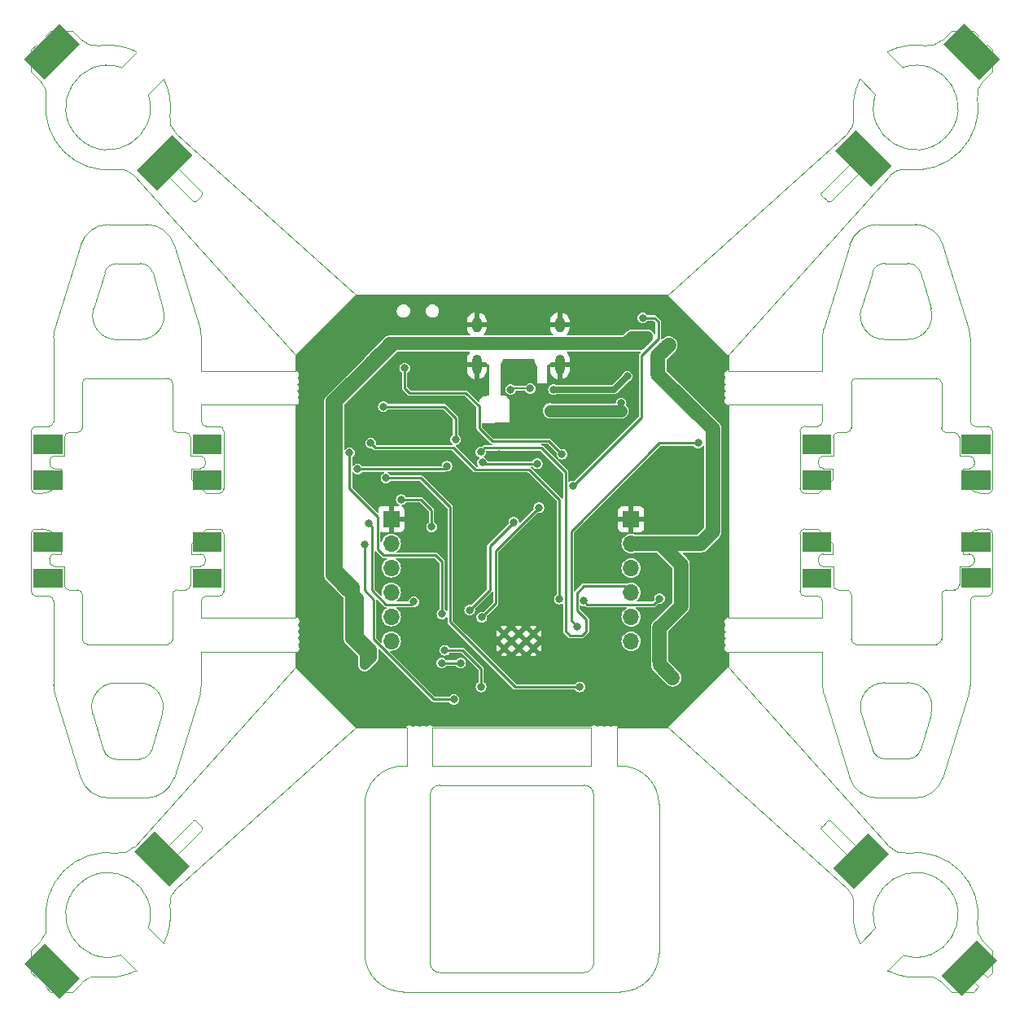
<source format=gbl>
G04 #@! TF.GenerationSoftware,KiCad,Pcbnew,8.99.0-1558-g48f6f837a1*
G04 #@! TF.CreationDate,2024-07-10T16:23:39+03:00*
G04 #@! TF.ProjectId,ESP32 drone,45535033-3220-4647-926f-6e652e6b6963,rev?*
G04 #@! TF.SameCoordinates,Original*
G04 #@! TF.FileFunction,Copper,L2,Bot*
G04 #@! TF.FilePolarity,Positive*
%FSLAX46Y46*%
G04 Gerber Fmt 4.6, Leading zero omitted, Abs format (unit mm)*
G04 Created by KiCad (PCBNEW 8.99.0-1558-g48f6f837a1) date 2024-07-10 16:23:39*
%MOMM*%
%LPD*%
G01*
G04 APERTURE LIST*
G04 #@! TA.AperFunction,NonConductor*
%ADD10C,0.000000*%
G04 #@! TD*
G04 #@! TA.AperFunction,ComponentPad*
%ADD11O,1.000000X2.100000*%
G04 #@! TD*
G04 #@! TA.AperFunction,ComponentPad*
%ADD12O,1.000000X1.600000*%
G04 #@! TD*
G04 #@! TA.AperFunction,HeatsinkPad*
%ADD13C,0.600000*%
G04 #@! TD*
G04 #@! TA.AperFunction,ComponentPad*
%ADD14R,1.700000X1.700000*%
G04 #@! TD*
G04 #@! TA.AperFunction,ComponentPad*
%ADD15O,1.700000X1.700000*%
G04 #@! TD*
G04 #@! TA.AperFunction,ViaPad*
%ADD16C,0.800000*%
G04 #@! TD*
G04 #@! TA.AperFunction,Conductor*
%ADD17C,1.270000*%
G04 #@! TD*
G04 #@! TA.AperFunction,Conductor*
%ADD18C,0.250000*%
G04 #@! TD*
G04 #@! TA.AperFunction,Conductor*
%ADD19C,1.524000*%
G04 #@! TD*
G04 #@! TA.AperFunction,Conductor*
%ADD20C,1.016000*%
G04 #@! TD*
G04 #@! TA.AperFunction,Conductor*
%ADD21C,0.635000*%
G04 #@! TD*
G04 #@! TA.AperFunction,Conductor*
%ADD22C,0.200000*%
G04 #@! TD*
G04 #@! TA.AperFunction,Profile*
%ADD23C,0.025400*%
G04 #@! TD*
G04 APERTURE END LIST*
D10*
G04 #@! TA.AperFunction,NonConductor*
G36*
X170350052Y-50562609D02*
G01*
X168227882Y-52684779D01*
X164562662Y-49020829D01*
X166688642Y-46903739D01*
X170350052Y-50562609D01*
G37*
G04 #@! TD.AperFunction*
G04 #@! TA.AperFunction,NonConductor*
G36*
X84135210Y-80549750D02*
G01*
X81135220Y-80549750D01*
X81135220Y-78549750D01*
X84135210Y-78549750D01*
X84135210Y-80549750D01*
G37*
G04 #@! TD.AperFunction*
G04 #@! TA.AperFunction,NonConductor*
G36*
X84135210Y-90735150D02*
G01*
X81135220Y-90735150D01*
X81135220Y-88735150D01*
X84135210Y-88735150D01*
X84135210Y-90735150D01*
G37*
G04 #@! TD.AperFunction*
G04 #@! TA.AperFunction,NonConductor*
G36*
X180655210Y-94462600D02*
G01*
X177655220Y-94462600D01*
X177655220Y-92462600D01*
X180655210Y-92462600D01*
X180655210Y-94462600D01*
G37*
G04 #@! TD.AperFunction*
G04 #@! TA.AperFunction,NonConductor*
G36*
X180655210Y-80549750D02*
G01*
X177655220Y-80549750D01*
X177655220Y-78549750D01*
X180655210Y-78549750D01*
X180655210Y-80549750D01*
G37*
G04 #@! TD.AperFunction*
G04 #@! TA.AperFunction,NonConductor*
G36*
X180655210Y-90735150D02*
G01*
X177655220Y-90735150D01*
X177655220Y-88735150D01*
X180655210Y-88735150D01*
X180655210Y-90735150D01*
G37*
G04 #@! TD.AperFunction*
G04 #@! TA.AperFunction,NonConductor*
G36*
X181407142Y-133261442D02*
G01*
X177745732Y-136920312D01*
X175619752Y-134803222D01*
X179284972Y-131139272D01*
X181407142Y-133261442D01*
G37*
G04 #@! TD.AperFunction*
G04 #@! TA.AperFunction,NonConductor*
G36*
X97410120Y-123438588D02*
G01*
X95287950Y-125560758D01*
X91629080Y-121899348D01*
X93746170Y-119773368D01*
X97410120Y-123438588D01*
G37*
G04 #@! TD.AperFunction*
G04 #@! TA.AperFunction,NonConductor*
G36*
X164094410Y-90735150D02*
G01*
X161094420Y-90735150D01*
X161094420Y-88735150D01*
X164094410Y-88735150D01*
X164094410Y-90735150D01*
G37*
G04 #@! TD.AperFunction*
G04 #@! TA.AperFunction,NonConductor*
G36*
X170092973Y-122164162D02*
G01*
X166431563Y-125823032D01*
X164305583Y-123705942D01*
X167970803Y-120041992D01*
X170092973Y-122164162D01*
G37*
G04 #@! TD.AperFunction*
G04 #@! TA.AperFunction,NonConductor*
G36*
X164094410Y-94468950D02*
G01*
X161094420Y-94468950D01*
X161094420Y-92468950D01*
X164094410Y-92468950D01*
X164094410Y-94468950D01*
G37*
G04 #@! TD.AperFunction*
G04 #@! TA.AperFunction,NonConductor*
G36*
X85976460Y-37933630D02*
G01*
X82311240Y-41597580D01*
X80189070Y-39475410D01*
X83850480Y-35816540D01*
X85976460Y-37933630D01*
G37*
G04 #@! TD.AperFunction*
G04 #@! TA.AperFunction,NonConductor*
G36*
X97680201Y-49512734D02*
G01*
X94014981Y-53176684D01*
X91892811Y-51054514D01*
X95554221Y-47395644D01*
X97680201Y-49512734D01*
G37*
G04 #@! TD.AperFunction*
G04 #@! TA.AperFunction,NonConductor*
G36*
X100695250Y-90735150D02*
G01*
X97695260Y-90735150D01*
X97695260Y-88735150D01*
X100695250Y-88735150D01*
X100695250Y-90735150D01*
G37*
G04 #@! TD.AperFunction*
G04 #@! TA.AperFunction,NonConductor*
G36*
X164094410Y-84283550D02*
G01*
X161094420Y-84283550D01*
X161094420Y-82283550D01*
X164094410Y-82283550D01*
X164094410Y-84283550D01*
G37*
G04 #@! TD.AperFunction*
G04 #@! TA.AperFunction,NonConductor*
G36*
X181605883Y-39479218D02*
G01*
X179483713Y-41601388D01*
X175818493Y-37937438D01*
X177944473Y-35820348D01*
X181605883Y-39479218D01*
G37*
G04 #@! TD.AperFunction*
G04 #@! TA.AperFunction,NonConductor*
G36*
X84135210Y-84283550D02*
G01*
X81135220Y-84283550D01*
X81135220Y-82283550D01*
X84135210Y-82283550D01*
X84135210Y-84283550D01*
G37*
G04 #@! TD.AperFunction*
G04 #@! TA.AperFunction,NonConductor*
G36*
X84135210Y-94468950D02*
G01*
X81135220Y-94468950D01*
X81135220Y-92468950D01*
X84135210Y-92468950D01*
X84135210Y-94468950D01*
G37*
G04 #@! TD.AperFunction*
G04 #@! TA.AperFunction,NonConductor*
G36*
X100695250Y-80549750D02*
G01*
X97695260Y-80549750D01*
X97695260Y-78549750D01*
X100695250Y-78549750D01*
X100695250Y-80549750D01*
G37*
G04 #@! TD.AperFunction*
G04 #@! TA.AperFunction,NonConductor*
G36*
X85987363Y-135093577D02*
G01*
X83865193Y-137215747D01*
X80206323Y-133554337D01*
X82323413Y-131428357D01*
X85987363Y-135093577D01*
G37*
G04 #@! TD.AperFunction*
G04 #@! TA.AperFunction,NonConductor*
G36*
X100695250Y-94468950D02*
G01*
X97695260Y-94468950D01*
X97695260Y-92468950D01*
X100695250Y-92468950D01*
X100695250Y-94468950D01*
G37*
G04 #@! TD.AperFunction*
G04 #@! TA.AperFunction,NonConductor*
G36*
X100695250Y-84283550D02*
G01*
X97695260Y-84283550D01*
X97695260Y-82283550D01*
X100695250Y-82283550D01*
X100695250Y-84283550D01*
G37*
G04 #@! TD.AperFunction*
G04 #@! TA.AperFunction,NonConductor*
G36*
X164094410Y-80549750D02*
G01*
X161094420Y-80549750D01*
X161094420Y-78549750D01*
X164094410Y-78549750D01*
X164094410Y-80549750D01*
G37*
G04 #@! TD.AperFunction*
G04 #@! TA.AperFunction,NonConductor*
G36*
X180655210Y-84302600D02*
G01*
X177655220Y-84302600D01*
X177655220Y-82302600D01*
X180655210Y-82302600D01*
X180655210Y-84302600D01*
G37*
G04 #@! TD.AperFunction*
D11*
X135890730Y-71254070D03*
D12*
X135890730Y-67074070D03*
D11*
X127250730Y-71254070D03*
D12*
X127250730Y-67074070D03*
D13*
X133133110Y-100773950D03*
X133133110Y-99248950D03*
X131608110Y-100773950D03*
X131608110Y-99248950D03*
X130083110Y-100773950D03*
X130083110Y-99248950D03*
D14*
X118358920Y-87313770D03*
D15*
X118358920Y-89853770D03*
X118358920Y-92393770D03*
X118358920Y-94933770D03*
X118358920Y-97473770D03*
X118358920Y-100013770D03*
D14*
X143302990Y-87341710D03*
D15*
X143302990Y-89881710D03*
X143302990Y-92421710D03*
X143302990Y-94961710D03*
X143302990Y-97501710D03*
X143302990Y-100041710D03*
D16*
X136897110Y-76071730D03*
X136025890Y-76071730D03*
X142251430Y-76071730D03*
X141270990Y-76071730D03*
X134879080Y-76056490D03*
X142251430Y-75256390D03*
X125536960Y-81876900D03*
X143268700Y-102668070D03*
X146378930Y-107776010D03*
X134806690Y-82141060D03*
X133893560Y-77826870D03*
X132397500Y-77876400D03*
X139425680Y-71272400D03*
X141005560Y-71288910D03*
X129540000Y-80580000D03*
X116231670Y-81285080D03*
X133530340Y-81572100D03*
X127840740Y-81454660D03*
X113422430Y-94593410D03*
X145083530Y-68275200D03*
X146281628Y-99105232D03*
X146790000Y-69080000D03*
X146281628Y-99962482D03*
X143346170Y-68275200D03*
X147410000Y-103460000D03*
X114061240Y-95232220D03*
X146270000Y-100830000D03*
X112792510Y-93963490D03*
X115580000Y-102480000D03*
X146150000Y-70990000D03*
X116154200Y-70899020D03*
X117434360Y-69618860D03*
X115950000Y-101630000D03*
X144189450Y-68275200D03*
X146281628Y-102149422D03*
X116801265Y-70251955D03*
X146540000Y-70070000D03*
X125031500Y-79047340D03*
X117520720Y-75620880D03*
X137975340Y-104792780D03*
X117798850Y-83064350D03*
X142899130Y-72466200D03*
X135228160Y-73859340D03*
X132811520Y-73747630D03*
X130763010Y-73855580D03*
X127763270Y-97528380D03*
X123916440Y-100972620D03*
X133703060Y-86141560D03*
X127697230Y-104787700D03*
X126498350Y-96784160D03*
X131086860Y-87647780D03*
X127650000Y-80350000D03*
X137220960Y-83877150D03*
X144518380Y-66401950D03*
X115554760Y-89945210D03*
X124874020Y-106079290D03*
X120702070Y-95929450D03*
X115980845Y-87763985D03*
X123621800Y-97194370D03*
X113997740Y-80424020D03*
X123587510Y-102293420D03*
X125561090Y-102293420D03*
X122539760Y-88145620D03*
X119386350Y-85310980D03*
X135834120Y-95642430D03*
X116207540Y-79418180D03*
X150265130Y-79416910D03*
X137699750Y-98478340D03*
X138356070Y-95833930D03*
X146246850Y-95604330D03*
X136113520Y-80580230D03*
X119747030Y-71622920D03*
X124140595Y-81830545D03*
X114849910Y-82129630D03*
D17*
X136897110Y-76071730D02*
X141270990Y-76071730D01*
X134894320Y-76071730D02*
X136897110Y-76071730D01*
X141270990Y-76071730D02*
X142251430Y-76071730D01*
X134879080Y-76056490D02*
X134894320Y-76071730D01*
D18*
X139407350Y-71254070D02*
X139425680Y-71272400D01*
X135890730Y-71254070D02*
X139407350Y-71254070D01*
X127988660Y-81602580D02*
X133499860Y-81602580D01*
X133499860Y-81602580D02*
X133530340Y-81572100D01*
X127840740Y-81454660D02*
X127988660Y-81602580D01*
D19*
X146321780Y-89881710D02*
X148423630Y-91983560D01*
D20*
X118493540Y-69223890D02*
X118177310Y-68907660D01*
X145083530Y-68275200D02*
X143346170Y-68275200D01*
X115564920Y-102495080D02*
X115580000Y-102480000D01*
D19*
X151782780Y-88619330D02*
X150520400Y-89881710D01*
D20*
X112030510Y-75022710D02*
X112030510Y-93201490D01*
X116351050Y-101738950D02*
X115564920Y-102525080D01*
X146281628Y-102149422D02*
X146281628Y-102483138D01*
D19*
X146264630Y-100824630D02*
X146270000Y-100830000D01*
D20*
X118493540Y-69448680D02*
X112764570Y-75177650D01*
X114997230Y-95566612D02*
X114997230Y-99534980D01*
X117434360Y-69618860D02*
X116801265Y-70251955D01*
D19*
X146100000Y-70349910D02*
X146100000Y-72274900D01*
D20*
X114536220Y-95105602D02*
X114997230Y-95566612D01*
D19*
X148423630Y-91983560D02*
X148489670Y-92049600D01*
X146100000Y-72274900D02*
X151782780Y-77957680D01*
X146264630Y-98595180D02*
X146264630Y-100824630D01*
X143302990Y-89881710D02*
X144433290Y-89881710D01*
X146270000Y-100830000D02*
X146264630Y-100835370D01*
X150520400Y-89881710D02*
X144433290Y-89881710D01*
D20*
X142713710Y-68907660D02*
X118177310Y-68907660D01*
X112030510Y-93201490D02*
X112792510Y-93963490D01*
X112792510Y-93963490D02*
X113422430Y-94593410D01*
X115564920Y-102525080D02*
X115564920Y-102495080D01*
D19*
X146264630Y-100835370D02*
X146264630Y-102072440D01*
D20*
X115580000Y-102480000D02*
X115564920Y-102464920D01*
X114536220Y-94340680D02*
X114536220Y-95105602D01*
X114061240Y-99823270D02*
X114061240Y-95232220D01*
X114536220Y-94757240D02*
X114061240Y-95232220D01*
X114536220Y-94340680D02*
X114536220Y-94757240D01*
D19*
X148489670Y-92049600D02*
X148489670Y-96368870D01*
D20*
X116801265Y-70251955D02*
X116154200Y-70899020D01*
X145083530Y-68275200D02*
X145083530Y-68428870D01*
X113422430Y-94593410D02*
X114061240Y-95232220D01*
D19*
X148489670Y-96368870D02*
X148489670Y-96370140D01*
D20*
X118145560Y-68907660D02*
X117434360Y-69618860D01*
D19*
X148489670Y-96370140D02*
X146281140Y-98578670D01*
X147209510Y-69240400D02*
X146100000Y-70349910D01*
D20*
X115564920Y-101326950D02*
X114061240Y-99823270D01*
X116154200Y-70899020D02*
X112030510Y-75022710D01*
D19*
X151782780Y-77957680D02*
X151782780Y-88619330D01*
D20*
X112764570Y-92569030D02*
X114536220Y-94340680D01*
X116351050Y-100888800D02*
X116351050Y-101738950D01*
D19*
X146281628Y-102483138D02*
X147628610Y-103830120D01*
D20*
X145083530Y-68428870D02*
X144288510Y-69223890D01*
X144288510Y-69223890D02*
X118493540Y-69223890D01*
X118493540Y-69223890D02*
X118493540Y-69448680D01*
D19*
X146281140Y-98578670D02*
X146264630Y-98595180D01*
D20*
X143346170Y-68275200D02*
X142713710Y-68907660D01*
X114997230Y-99534980D02*
X116351050Y-100888800D01*
X118177310Y-68907660D02*
X118145560Y-68907660D01*
X112764570Y-75177650D02*
X112764570Y-92569030D01*
D19*
X144433290Y-89881710D02*
X146321780Y-89881710D01*
D20*
X116154200Y-70899020D02*
X116154200Y-70850760D01*
X115564920Y-102464920D02*
X115564920Y-101326950D01*
D18*
X125031500Y-79047340D02*
X125031500Y-76804520D01*
X123847860Y-75620880D02*
X117520720Y-75620880D01*
X125031500Y-76804520D02*
X123847860Y-75620880D01*
X137975340Y-104792780D02*
X131230370Y-104792780D01*
X124467620Y-86088220D02*
X121443750Y-83064350D01*
X124467620Y-98030030D02*
X124467620Y-86088220D01*
X131230370Y-104792780D02*
X124467620Y-98030030D01*
X121443750Y-83064350D02*
X117798850Y-83064350D01*
D21*
X141505990Y-73859340D02*
X135228160Y-73859340D01*
X142899130Y-72466200D02*
X141505990Y-73859340D01*
D22*
X130763010Y-73855580D02*
X130870960Y-73747630D01*
X130870960Y-73747630D02*
X132811520Y-73747630D01*
D18*
X129230120Y-90614500D02*
X129230120Y-95039180D01*
X129230120Y-95039180D02*
X129230120Y-96061530D01*
X129230120Y-96061530D02*
X127763270Y-97528380D01*
X133703060Y-86141560D02*
X129230120Y-90614500D01*
X127697230Y-102896670D02*
X125779530Y-100978970D01*
X123922790Y-100978970D02*
X123916440Y-100972620D01*
X125779530Y-100978970D02*
X123922790Y-100978970D01*
X127697230Y-104787700D02*
X127697230Y-102896670D01*
X126498350Y-96784160D02*
X128600200Y-94682310D01*
X128600200Y-90134440D02*
X131086860Y-87647780D01*
X128600200Y-94682310D02*
X128600200Y-90134440D01*
X142631280Y-94290000D02*
X143302990Y-94961710D01*
X128072000Y-79928000D02*
X133948000Y-79928000D01*
X133948000Y-79928000D02*
X136486120Y-82466120D01*
X138650000Y-98990000D02*
X138650000Y-97790000D01*
X136960000Y-99430000D02*
X138210000Y-99430000D01*
X136486120Y-98956120D02*
X136960000Y-99430000D01*
X127650000Y-80350000D02*
X128072000Y-79928000D01*
X138210000Y-99430000D02*
X138650000Y-98990000D01*
X138380000Y-94290000D02*
X142631280Y-94290000D01*
X137650000Y-96790000D02*
X137650000Y-95020000D01*
X136486120Y-82466120D02*
X136486120Y-98956120D01*
X138650000Y-97790000D02*
X137650000Y-96790000D01*
X137650000Y-95020000D02*
X138380000Y-94290000D01*
X137220960Y-83877150D02*
X144357090Y-76741020D01*
X146127470Y-68560950D02*
X146127470Y-66807080D01*
X144357090Y-76741020D02*
X144357090Y-70331330D01*
X144357090Y-70331330D02*
X146127470Y-68560950D01*
X146127470Y-66807080D02*
X145722340Y-66401950D01*
X145722340Y-66401950D02*
X144518380Y-66401950D01*
X122762739Y-106079290D02*
X116507260Y-99823811D01*
X116507260Y-99823811D02*
X116507260Y-95697040D01*
X115554760Y-94744540D02*
X115554760Y-89945210D01*
X116507260Y-95697040D02*
X115554760Y-94744540D01*
X124874020Y-106079290D02*
X122762739Y-106079290D01*
X117807740Y-96198690D02*
X120432830Y-96198690D01*
X116333270Y-94724220D02*
X117807740Y-96198690D01*
X116333270Y-88116410D02*
X116333270Y-94724220D01*
X120432830Y-96198690D02*
X120702070Y-95929450D01*
X115980845Y-87763985D02*
X116333270Y-88116410D01*
X122989340Y-91100910D02*
X123621800Y-91733370D01*
X116949220Y-87077550D02*
X116949220Y-90502740D01*
X123621800Y-91733370D02*
X123621800Y-97194370D01*
X114000280Y-81177130D02*
X114000280Y-84128610D01*
X116949220Y-90502740D02*
X117547390Y-91100910D01*
X117547390Y-91100910D02*
X122989340Y-91100910D01*
X113997740Y-81174590D02*
X114000280Y-81177130D01*
X113997740Y-80424020D02*
X113997740Y-81174590D01*
X114000280Y-84128610D02*
X116949220Y-87077550D01*
X125561090Y-102293420D02*
X123587510Y-102293420D01*
X121428510Y-85310980D02*
X119386350Y-85310980D01*
X122539760Y-88145620D02*
X122539760Y-86422230D01*
X122539760Y-86422230D02*
X121428510Y-85310980D01*
X132690870Y-82179160D02*
X127107950Y-82179160D01*
X124828300Y-79899510D02*
X116688870Y-79899510D01*
X127107950Y-82179160D02*
X124828300Y-79899510D01*
X116688870Y-79899510D02*
X116207540Y-79418180D01*
X135834120Y-95642430D02*
X135845550Y-95631000D01*
X135845550Y-85333840D02*
X132690870Y-82179160D01*
X135845550Y-95631000D02*
X135845550Y-85333840D01*
X146243090Y-79416910D02*
X150265130Y-79416910D01*
X137050000Y-88610000D02*
X146243090Y-79416910D01*
X137699750Y-98478340D02*
X137050000Y-97828590D01*
X137050000Y-97828590D02*
X137050000Y-88610000D01*
X138722100Y-96199960D02*
X145651220Y-96199960D01*
X145651220Y-96199960D02*
X146246850Y-95604330D01*
X138356070Y-95833930D02*
X138722100Y-96199960D01*
X126100840Y-74212450D02*
X127487680Y-75599290D01*
X127487680Y-75599290D02*
X127487680Y-77864970D01*
X119747030Y-71622920D02*
X119747030Y-73714610D01*
X119747030Y-73714610D02*
X120244870Y-74212450D01*
X120244870Y-74212450D02*
X126100840Y-74212450D01*
X127487680Y-77864970D02*
X128845310Y-79222600D01*
X128845310Y-79222600D02*
X134755890Y-79222600D01*
X134755890Y-79222600D02*
X136113520Y-80580230D01*
X123841510Y-82129630D02*
X114849910Y-82129630D01*
X124140595Y-81830545D02*
X123841510Y-82129630D01*
G04 #@! TA.AperFunction,Conductor*
G36*
X117610039Y-82425123D02*
G01*
X117635759Y-82469672D01*
X117626826Y-82520330D01*
X117590480Y-82552205D01*
X117520409Y-82581230D01*
X117520013Y-82581394D01*
X117520012Y-82581394D01*
X117404516Y-82670016D01*
X117315894Y-82785512D01*
X117315894Y-82785513D01*
X117260181Y-82920012D01*
X117260181Y-82920014D01*
X117241179Y-83064350D01*
X117260181Y-83208686D01*
X117315893Y-83343186D01*
X117315894Y-83343188D01*
X117315895Y-83343189D01*
X117404516Y-83458683D01*
X117520010Y-83547304D01*
X117520014Y-83547307D01*
X117654514Y-83603019D01*
X117798850Y-83622021D01*
X117943186Y-83603019D01*
X118077686Y-83547307D01*
X118193183Y-83458683D01*
X118209033Y-83438027D01*
X118259950Y-83371671D01*
X118303334Y-83344033D01*
X118319610Y-83342250D01*
X121297492Y-83342250D01*
X121345830Y-83359843D01*
X121350666Y-83364276D01*
X124167694Y-86181304D01*
X124189434Y-86227924D01*
X124189720Y-86234478D01*
X124189720Y-96804728D01*
X124172127Y-96853066D01*
X124127578Y-96878786D01*
X124076920Y-96869853D01*
X124054860Y-96850507D01*
X124016133Y-96800036D01*
X123929121Y-96733269D01*
X123901482Y-96689885D01*
X123899700Y-96673609D01*
X123899700Y-91696785D01*
X123880763Y-91626108D01*
X123880762Y-91626104D01*
X123844174Y-91562733D01*
X123159979Y-90878538D01*
X123159976Y-90878536D01*
X123159975Y-90878535D01*
X123096606Y-90841948D01*
X123096603Y-90841947D01*
X123096604Y-90841947D01*
X123047076Y-90828677D01*
X123025926Y-90823010D01*
X123025925Y-90823010D01*
X118968949Y-90823010D01*
X118920611Y-90805417D01*
X118894891Y-90760868D01*
X118903824Y-90710210D01*
X118921243Y-90689680D01*
X119071509Y-90566359D01*
X119120032Y-90507234D01*
X119196836Y-90413648D01*
X119289962Y-90239420D01*
X119347309Y-90050373D01*
X119366673Y-89853770D01*
X119347309Y-89657167D01*
X119289962Y-89468120D01*
X119196836Y-89293892D01*
X119196833Y-89293888D01*
X119196830Y-89293884D01*
X119071509Y-89141180D01*
X118918805Y-89015859D01*
X118918801Y-89015856D01*
X118918799Y-89015855D01*
X118918798Y-89015854D01*
X118796837Y-88950665D01*
X118744567Y-88922726D01*
X118744563Y-88922725D01*
X118555520Y-88865380D01*
X118358920Y-88846017D01*
X118162320Y-88865380D01*
X118162318Y-88865380D01*
X117973276Y-88922725D01*
X117973272Y-88922726D01*
X117799038Y-89015856D01*
X117799034Y-89015859D01*
X117646330Y-89141180D01*
X117521009Y-89293884D01*
X117521006Y-89293888D01*
X117427876Y-89468122D01*
X117427875Y-89468126D01*
X117374282Y-89644802D01*
X117343415Y-89685951D01*
X117293318Y-89697632D01*
X117247434Y-89674379D01*
X117227232Y-89627073D01*
X117227120Y-89622973D01*
X117227120Y-88709157D01*
X117244713Y-88660819D01*
X117289262Y-88635099D01*
X117328601Y-88638699D01*
X117399820Y-88665263D01*
X117399827Y-88665265D01*
X117460326Y-88671769D01*
X117460338Y-88671770D01*
X118104920Y-88671770D01*
X118104920Y-87744472D01*
X118165927Y-87779695D01*
X118293094Y-87813770D01*
X118424746Y-87813770D01*
X118551913Y-87779695D01*
X118612920Y-87744472D01*
X118612920Y-88671770D01*
X119257502Y-88671770D01*
X119257513Y-88671769D01*
X119318012Y-88665265D01*
X119318015Y-88665264D01*
X119454883Y-88614214D01*
X119454885Y-88614213D01*
X119571823Y-88526673D01*
X119659363Y-88409735D01*
X119659364Y-88409733D01*
X119710414Y-88272865D01*
X119710415Y-88272862D01*
X119716919Y-88212363D01*
X119716920Y-88212352D01*
X119716920Y-87567770D01*
X118789623Y-87567770D01*
X118824845Y-87506763D01*
X118858920Y-87379596D01*
X118858920Y-87247944D01*
X118824845Y-87120777D01*
X118789623Y-87059770D01*
X119716920Y-87059770D01*
X119716920Y-86415188D01*
X119716919Y-86415176D01*
X119710415Y-86354677D01*
X119710414Y-86354674D01*
X119659364Y-86217806D01*
X119659363Y-86217804D01*
X119571823Y-86100866D01*
X119454885Y-86013326D01*
X119454879Y-86013322D01*
X119433384Y-86005305D01*
X119394243Y-85971928D01*
X119385714Y-85921200D01*
X119411787Y-85876858D01*
X119449846Y-85860291D01*
X119530686Y-85849649D01*
X119665186Y-85793937D01*
X119780683Y-85705313D01*
X119847450Y-85618301D01*
X119890834Y-85590663D01*
X119907110Y-85588880D01*
X121282252Y-85588880D01*
X121330590Y-85606473D01*
X121335426Y-85610906D01*
X122239834Y-86515314D01*
X122261574Y-86561934D01*
X122261860Y-86568488D01*
X122261860Y-87624861D01*
X122244267Y-87673199D01*
X122232438Y-87684521D01*
X122145428Y-87751285D01*
X122056804Y-87866782D01*
X122056804Y-87866783D01*
X122001091Y-88001282D01*
X121982089Y-88145620D01*
X122001091Y-88289957D01*
X122014488Y-88322299D01*
X122056803Y-88424456D01*
X122056804Y-88424458D01*
X122056805Y-88424459D01*
X122145426Y-88539953D01*
X122189034Y-88573414D01*
X122260924Y-88628577D01*
X122395424Y-88684289D01*
X122539760Y-88703291D01*
X122684096Y-88684289D01*
X122818596Y-88628577D01*
X122934093Y-88539953D01*
X123022717Y-88424456D01*
X123078429Y-88289956D01*
X123097431Y-88145620D01*
X123078429Y-88001284D01*
X123022717Y-87866785D01*
X123003476Y-87841710D01*
X122934092Y-87751286D01*
X122847081Y-87684519D01*
X122819442Y-87641135D01*
X122817660Y-87624859D01*
X122817660Y-86385645D01*
X122798722Y-86314964D01*
X122782479Y-86286831D01*
X122762135Y-86251595D01*
X122762132Y-86251592D01*
X122762131Y-86251590D01*
X121599149Y-85088608D01*
X121599146Y-85088606D01*
X121599145Y-85088605D01*
X121535776Y-85052018D01*
X121535773Y-85052017D01*
X121535774Y-85052017D01*
X121490964Y-85040011D01*
X121465096Y-85033080D01*
X121465095Y-85033080D01*
X119907109Y-85033080D01*
X119858771Y-85015487D01*
X119847449Y-85003658D01*
X119780684Y-84916648D01*
X119780681Y-84916646D01*
X119665186Y-84828023D01*
X119578241Y-84792009D01*
X119530687Y-84772311D01*
X119386350Y-84753309D01*
X119242012Y-84772311D01*
X119107513Y-84828024D01*
X119107512Y-84828024D01*
X118992016Y-84916646D01*
X118903394Y-85032142D01*
X118903394Y-85032143D01*
X118847681Y-85166642D01*
X118846727Y-85173889D01*
X118828679Y-85310980D01*
X118847681Y-85455316D01*
X118903393Y-85589816D01*
X118903394Y-85589818D01*
X118903395Y-85589819D01*
X118992016Y-85705313D01*
X119046640Y-85747227D01*
X119107514Y-85793937D01*
X119148937Y-85811095D01*
X119186861Y-85845847D01*
X119193575Y-85896846D01*
X119165937Y-85940230D01*
X119120158Y-85955770D01*
X118612920Y-85955770D01*
X118612920Y-86883067D01*
X118551913Y-86847845D01*
X118424746Y-86813770D01*
X118293094Y-86813770D01*
X118165927Y-86847845D01*
X118104920Y-86883067D01*
X118104920Y-85955770D01*
X117460326Y-85955770D01*
X117399827Y-85962274D01*
X117399824Y-85962275D01*
X117262956Y-86013325D01*
X117262954Y-86013326D01*
X117146016Y-86100866D01*
X117058476Y-86217804D01*
X117058475Y-86217806D01*
X117007425Y-86354674D01*
X117007424Y-86354677D01*
X117000920Y-86415176D01*
X117000920Y-86554692D01*
X116983327Y-86603030D01*
X116938778Y-86628750D01*
X116888120Y-86619817D01*
X116872546Y-86607866D01*
X114300206Y-84035526D01*
X114278466Y-83988906D01*
X114278180Y-83982352D01*
X114278180Y-82514307D01*
X114295773Y-82465969D01*
X114340322Y-82440249D01*
X114390980Y-82449182D01*
X114413040Y-82468528D01*
X114455576Y-82523963D01*
X114562260Y-82605824D01*
X114571074Y-82612587D01*
X114705574Y-82668299D01*
X114849910Y-82687301D01*
X114994246Y-82668299D01*
X115128746Y-82612587D01*
X115244243Y-82523963D01*
X115251652Y-82514307D01*
X115311010Y-82436951D01*
X115354394Y-82409313D01*
X115370670Y-82407530D01*
X117561701Y-82407530D01*
X117610039Y-82425123D01*
G37*
G04 #@! TD.AperFunction*
G04 #@! TA.AperFunction,Conductor*
G36*
X133850080Y-80223493D02*
G01*
X133854916Y-80227926D01*
X136186194Y-82559204D01*
X136207934Y-82605824D01*
X136208220Y-82612378D01*
X136208220Y-85125551D01*
X136190627Y-85173889D01*
X136146078Y-85199609D01*
X136095420Y-85190676D01*
X136071454Y-85166712D01*
X136070928Y-85167117D01*
X136067929Y-85163209D01*
X136067925Y-85163205D01*
X136016185Y-85111465D01*
X134469128Y-83564408D01*
X132913575Y-82008854D01*
X132891835Y-81962234D01*
X132905149Y-81912547D01*
X132947286Y-81883042D01*
X132966749Y-81880480D01*
X133032968Y-81880480D01*
X133081306Y-81898073D01*
X133092628Y-81909901D01*
X133136006Y-81966433D01*
X133191291Y-82008854D01*
X133251504Y-82055057D01*
X133386004Y-82110769D01*
X133530340Y-82129771D01*
X133674676Y-82110769D01*
X133809176Y-82055057D01*
X133924673Y-81966433D01*
X134013297Y-81850936D01*
X134069009Y-81716436D01*
X134088011Y-81572100D01*
X134069009Y-81427764D01*
X134013297Y-81293265D01*
X133957582Y-81220655D01*
X133924673Y-81177766D01*
X133809179Y-81089145D01*
X133809178Y-81089144D01*
X133809176Y-81089143D01*
X133722231Y-81053129D01*
X133674677Y-81033431D01*
X133530340Y-81014429D01*
X133386002Y-81033431D01*
X133251503Y-81089144D01*
X133251502Y-81089144D01*
X133136006Y-81177766D01*
X133045852Y-81295259D01*
X133002468Y-81322897D01*
X132986192Y-81324680D01*
X128435602Y-81324680D01*
X128387264Y-81307087D01*
X128366127Y-81278260D01*
X128323697Y-81175825D01*
X128323695Y-81175822D01*
X128235073Y-81060326D01*
X128119579Y-80971705D01*
X128119578Y-80971704D01*
X128119576Y-80971703D01*
X127998609Y-80921596D01*
X127960686Y-80886845D01*
X127953972Y-80835846D01*
X127981610Y-80792462D01*
X128044333Y-80744333D01*
X128076159Y-80702856D01*
X128132957Y-80628836D01*
X128188669Y-80494336D01*
X128207671Y-80350000D01*
X128199892Y-80290914D01*
X128211026Y-80240695D01*
X128251836Y-80209381D01*
X128274449Y-80205900D01*
X133801742Y-80205900D01*
X133850080Y-80223493D01*
G37*
G04 #@! TD.AperFunction*
G04 #@! TA.AperFunction,Conductor*
G36*
X144277408Y-69902383D02*
G01*
X144303128Y-69946932D01*
X144294195Y-69997590D01*
X144282245Y-70013164D01*
X144134714Y-70160695D01*
X144098132Y-70224054D01*
X144098128Y-70224062D01*
X144098128Y-70224064D01*
X144091573Y-70248530D01*
X144082824Y-70281184D01*
X144079190Y-70294745D01*
X144079190Y-76594761D01*
X144061597Y-76643099D01*
X144057164Y-76647935D01*
X137392687Y-83312411D01*
X137346067Y-83334151D01*
X137329698Y-83333794D01*
X137220960Y-83319479D01*
X137076622Y-83338481D01*
X136942123Y-83394194D01*
X136884998Y-83438027D01*
X136835939Y-83453494D01*
X136788415Y-83433809D01*
X136764663Y-83388181D01*
X136764020Y-83378366D01*
X136764020Y-82429535D01*
X136745082Y-82358854D01*
X136718897Y-82313502D01*
X136708495Y-82295485D01*
X136708492Y-82295482D01*
X136708491Y-82295480D01*
X134118639Y-79705628D01*
X134118636Y-79705626D01*
X134118635Y-79705625D01*
X134055266Y-79669038D01*
X134055263Y-79669037D01*
X134055264Y-79669037D01*
X134014484Y-79658110D01*
X133984586Y-79650100D01*
X133984585Y-79650100D01*
X133979826Y-79648825D01*
X133980217Y-79647364D01*
X133940145Y-79626502D01*
X133920461Y-79578977D01*
X133935932Y-79529919D01*
X133979317Y-79502282D01*
X133995590Y-79500500D01*
X134609632Y-79500500D01*
X134657970Y-79518093D01*
X134662806Y-79522526D01*
X135548781Y-80408501D01*
X135570521Y-80455121D01*
X135570164Y-80471490D01*
X135555849Y-80580229D01*
X135574851Y-80724567D01*
X135582432Y-80742868D01*
X135630563Y-80859066D01*
X135630564Y-80859068D01*
X135630565Y-80859069D01*
X135719186Y-80974563D01*
X135771141Y-81014429D01*
X135834684Y-81063187D01*
X135969184Y-81118899D01*
X136113520Y-81137901D01*
X136257856Y-81118899D01*
X136392356Y-81063187D01*
X136507853Y-80974563D01*
X136596477Y-80859066D01*
X136652189Y-80724566D01*
X136671191Y-80580230D01*
X136652189Y-80435894D01*
X136596477Y-80301395D01*
X136596475Y-80301392D01*
X136507853Y-80185896D01*
X136392359Y-80097275D01*
X136392358Y-80097274D01*
X136392356Y-80097273D01*
X136305411Y-80061259D01*
X136257857Y-80041561D01*
X136137682Y-80025740D01*
X136113520Y-80022559D01*
X136113519Y-80022559D01*
X136004780Y-80036874D01*
X135954559Y-80025740D01*
X135941791Y-80015491D01*
X134926529Y-79000228D01*
X134926526Y-79000226D01*
X134926525Y-79000225D01*
X134863156Y-78963638D01*
X134863153Y-78963637D01*
X134863154Y-78963637D01*
X134818344Y-78951631D01*
X134792476Y-78944700D01*
X134792475Y-78944700D01*
X128991568Y-78944700D01*
X128943230Y-78927107D01*
X128938394Y-78922674D01*
X127787606Y-77771886D01*
X127765866Y-77725266D01*
X127765580Y-77718712D01*
X127765580Y-77392707D01*
X127783173Y-77344369D01*
X127827722Y-77318649D01*
X127840542Y-77317507D01*
X127841512Y-77317503D01*
X127841519Y-77317505D01*
X130385962Y-77309435D01*
X130408011Y-77309366D01*
X130409841Y-77309282D01*
X130421387Y-77308756D01*
X130434079Y-77307636D01*
X130498911Y-77287229D01*
X130543503Y-77261587D01*
X130566076Y-77245841D01*
X130613074Y-77178969D01*
X130630752Y-77130662D01*
X130640369Y-77076672D01*
X130642276Y-75978887D01*
X134091180Y-75978887D01*
X134091180Y-76134092D01*
X134121459Y-76286313D01*
X134121460Y-76286315D01*
X134180851Y-76429698D01*
X134267080Y-76558750D01*
X134392059Y-76683729D01*
X134392062Y-76683731D01*
X134392063Y-76683732D01*
X134521110Y-76769958D01*
X134664498Y-76829351D01*
X134756159Y-76847583D01*
X134816717Y-76859630D01*
X134816719Y-76859630D01*
X142329033Y-76859630D01*
X142386060Y-76848286D01*
X142481252Y-76829351D01*
X142624640Y-76769958D01*
X142753687Y-76683732D01*
X142863432Y-76573987D01*
X142949658Y-76444940D01*
X143009051Y-76301552D01*
X143033518Y-76178550D01*
X143039330Y-76149332D01*
X143039330Y-75994127D01*
X143020550Y-75899716D01*
X143009051Y-75841908D01*
X142949658Y-75698520D01*
X142863432Y-75569473D01*
X142863431Y-75569472D01*
X142863429Y-75569469D01*
X142797683Y-75503723D01*
X142775943Y-75457103D01*
X142781382Y-75421769D01*
X142790099Y-75400726D01*
X142809101Y-75256390D01*
X142790099Y-75112054D01*
X142734387Y-74977555D01*
X142734385Y-74977552D01*
X142645763Y-74862056D01*
X142530269Y-74773435D01*
X142530268Y-74773434D01*
X142530266Y-74773433D01*
X142429162Y-74731554D01*
X142395767Y-74717721D01*
X142251430Y-74698719D01*
X142107092Y-74717721D01*
X141972593Y-74773434D01*
X141972592Y-74773434D01*
X141857096Y-74862056D01*
X141768474Y-74977552D01*
X141768474Y-74977553D01*
X141768473Y-74977554D01*
X141768473Y-74977555D01*
X141764448Y-74987273D01*
X141712761Y-75112052D01*
X141712761Y-75112054D01*
X141698754Y-75218447D01*
X141675002Y-75264073D01*
X141627478Y-75283758D01*
X141624198Y-75283830D01*
X135040704Y-75283830D01*
X135026033Y-75282385D01*
X134956683Y-75268590D01*
X134956681Y-75268590D01*
X134801479Y-75268590D01*
X134801477Y-75268590D01*
X134649256Y-75298869D01*
X134649254Y-75298870D01*
X134505871Y-75358261D01*
X134376819Y-75444490D01*
X134267080Y-75554229D01*
X134180851Y-75683281D01*
X134121460Y-75826664D01*
X134121459Y-75826666D01*
X134091180Y-75978887D01*
X130642276Y-75978887D01*
X130644009Y-74981804D01*
X130636851Y-74934526D01*
X130623450Y-74891549D01*
X130602470Y-74848585D01*
X130589535Y-74829929D01*
X130439901Y-74614110D01*
X130439900Y-74614109D01*
X130427426Y-74598360D01*
X130422377Y-74592759D01*
X130414641Y-74584176D01*
X130386048Y-74564655D01*
X130353111Y-74542167D01*
X130353109Y-74542166D01*
X130304986Y-74524003D01*
X130287022Y-74520616D01*
X130251096Y-74513842D01*
X130230776Y-74513601D01*
X129769676Y-74508149D01*
X129721550Y-74489985D01*
X129696358Y-74445136D01*
X129695366Y-74432539D01*
X129695473Y-74413251D01*
X129698551Y-73855580D01*
X130205339Y-73855580D01*
X130224341Y-73999917D01*
X130236138Y-74028397D01*
X130280053Y-74134416D01*
X130280054Y-74134418D01*
X130280055Y-74134419D01*
X130368676Y-74249913D01*
X130484170Y-74338534D01*
X130484174Y-74338537D01*
X130618674Y-74394249D01*
X130763010Y-74413251D01*
X130907346Y-74394249D01*
X131041846Y-74338537D01*
X131157343Y-74249913D01*
X131245967Y-74134416D01*
X131282196Y-74046951D01*
X131316949Y-74009026D01*
X131351672Y-74000530D01*
X132271576Y-74000530D01*
X132319914Y-74018123D01*
X132331236Y-74029951D01*
X132417186Y-74141963D01*
X132532680Y-74230584D01*
X132532684Y-74230587D01*
X132667184Y-74286299D01*
X132811520Y-74305301D01*
X132955856Y-74286299D01*
X133090356Y-74230587D01*
X133205853Y-74141963D01*
X133294477Y-74026466D01*
X133350189Y-73891966D01*
X133354484Y-73859340D01*
X134670489Y-73859340D01*
X134689491Y-74003677D01*
X134703890Y-74038438D01*
X134745203Y-74138176D01*
X134745204Y-74138178D01*
X134745205Y-74138179D01*
X134833826Y-74253673D01*
X134907025Y-74309840D01*
X134949324Y-74342297D01*
X135083824Y-74398009D01*
X135228160Y-74417011D01*
X135372496Y-74398009D01*
X135506996Y-74342297D01*
X135507002Y-74342292D01*
X135511263Y-74339833D01*
X135512649Y-74342234D01*
X135548887Y-74329740D01*
X141567917Y-74329740D01*
X141567920Y-74329740D01*
X141642187Y-74309840D01*
X141687558Y-74297683D01*
X141794822Y-74235754D01*
X141882404Y-74148172D01*
X143004962Y-73025612D01*
X143039404Y-73008767D01*
X143038702Y-73006146D01*
X143043461Y-73004870D01*
X143043462Y-73004869D01*
X143043466Y-73004869D01*
X143177966Y-72949157D01*
X143293463Y-72860533D01*
X143382087Y-72745036D01*
X143437799Y-72610536D01*
X143456801Y-72466200D01*
X143437799Y-72321864D01*
X143382087Y-72187365D01*
X143382085Y-72187362D01*
X143293463Y-72071866D01*
X143177969Y-71983245D01*
X143177968Y-71983244D01*
X143177966Y-71983243D01*
X143091021Y-71947229D01*
X143043467Y-71927531D01*
X142899130Y-71908529D01*
X142754792Y-71927531D01*
X142620293Y-71983244D01*
X142620292Y-71983244D01*
X142504796Y-72071866D01*
X142416174Y-72187362D01*
X142416170Y-72187369D01*
X142360462Y-72321858D01*
X142359186Y-72326622D01*
X142357237Y-72326100D01*
X142339717Y-72360365D01*
X141333170Y-73366914D01*
X141286550Y-73388654D01*
X141279996Y-73388940D01*
X135548887Y-73388940D01*
X135512649Y-73376445D01*
X135511263Y-73378847D01*
X135506994Y-73376382D01*
X135372497Y-73320671D01*
X135228160Y-73301669D01*
X135083822Y-73320671D01*
X134972398Y-73366825D01*
X134949328Y-73376382D01*
X134949323Y-73376384D01*
X134949322Y-73376384D01*
X134833826Y-73465006D01*
X134745204Y-73580502D01*
X134745204Y-73580503D01*
X134689491Y-73715002D01*
X134670489Y-73859340D01*
X133354484Y-73859340D01*
X133369191Y-73747630D01*
X133350189Y-73603294D01*
X133294477Y-73468795D01*
X133291802Y-73465309D01*
X133205853Y-73353296D01*
X133090359Y-73264675D01*
X133090358Y-73264674D01*
X133090356Y-73264673D01*
X132980701Y-73219252D01*
X132955857Y-73208961D01*
X132811520Y-73189959D01*
X132667182Y-73208961D01*
X132532683Y-73264674D01*
X132532682Y-73264674D01*
X132417186Y-73353296D01*
X132331237Y-73465309D01*
X132287853Y-73492947D01*
X132271577Y-73494730D01*
X131220120Y-73494730D01*
X131171782Y-73477137D01*
X131160459Y-73465308D01*
X131157342Y-73461246D01*
X131041849Y-73372625D01*
X131041848Y-73372624D01*
X131041846Y-73372623D01*
X130951697Y-73335282D01*
X130907347Y-73316911D01*
X130763010Y-73297909D01*
X130618672Y-73316911D01*
X130484173Y-73372624D01*
X130484172Y-73372624D01*
X130368676Y-73461246D01*
X130280054Y-73576742D01*
X130280054Y-73576743D01*
X130280053Y-73576744D01*
X130280053Y-73576745D01*
X130270627Y-73599500D01*
X130224341Y-73711242D01*
X130205339Y-73855580D01*
X129698551Y-73855580D01*
X129702976Y-73053993D01*
X129702976Y-73053882D01*
X129702977Y-73053786D01*
X129702977Y-73053624D01*
X129702979Y-73053293D01*
X129702980Y-73052645D01*
X129702980Y-71317131D01*
X129710203Y-71284973D01*
X129713614Y-71277763D01*
X129981727Y-70711003D01*
X130018300Y-70674834D01*
X130049529Y-70667963D01*
X133090866Y-70661011D01*
X133139244Y-70678494D01*
X133158457Y-70702898D01*
X133377872Y-71146952D01*
X133377874Y-71146955D01*
X133485550Y-71364869D01*
X133496739Y-71387512D01*
X133504520Y-71420825D01*
X133504520Y-73008209D01*
X133505120Y-73021985D01*
X133505438Y-73025613D01*
X133506262Y-73035035D01*
X133526816Y-73100227D01*
X133552535Y-73144775D01*
X133552538Y-73144779D01*
X133568325Y-73167324D01*
X133635276Y-73214203D01*
X133635277Y-73214203D01*
X133635279Y-73214205D01*
X133683617Y-73231798D01*
X133737615Y-73241319D01*
X133737616Y-73241320D01*
X133737620Y-73241320D01*
X134331638Y-73241320D01*
X134345179Y-73240737D01*
X134345188Y-73240736D01*
X134345193Y-73240736D01*
X134358066Y-73239626D01*
X134423108Y-73219253D01*
X134467720Y-73193645D01*
X134490304Y-73177916D01*
X134537354Y-73111080D01*
X134537354Y-73111077D01*
X134537356Y-73111076D01*
X134547837Y-73082501D01*
X134555069Y-73062787D01*
X134564728Y-73008805D01*
X134568851Y-71364821D01*
X134568167Y-71360322D01*
X134578292Y-71309889D01*
X134618466Y-71277763D01*
X134623024Y-71276384D01*
X134682865Y-71260351D01*
X134814095Y-71184585D01*
X134921245Y-71077435D01*
X134928281Y-71065249D01*
X134944204Y-71037670D01*
X134983609Y-71004605D01*
X135009329Y-71000070D01*
X135590730Y-71000070D01*
X135590730Y-71508070D01*
X134882730Y-71508070D01*
X134882730Y-71903349D01*
X134921467Y-72098095D01*
X134921468Y-72098096D01*
X134997451Y-72281535D01*
X135107767Y-72446634D01*
X135107769Y-72446637D01*
X135248162Y-72587030D01*
X135248165Y-72587032D01*
X135413264Y-72697348D01*
X135596703Y-72773331D01*
X135596705Y-72773332D01*
X135636730Y-72781293D01*
X135636730Y-71964130D01*
X135650670Y-71988275D01*
X135706525Y-72044130D01*
X135774934Y-72083626D01*
X135851234Y-72104070D01*
X135930226Y-72104070D01*
X136006526Y-72083626D01*
X136074935Y-72044130D01*
X136130790Y-71988275D01*
X136144730Y-71964130D01*
X136144730Y-72781293D01*
X136184754Y-72773332D01*
X136184756Y-72773331D01*
X136368195Y-72697348D01*
X136533294Y-72587032D01*
X136533297Y-72587030D01*
X136673690Y-72446637D01*
X136673692Y-72446634D01*
X136784008Y-72281535D01*
X136859991Y-72098096D01*
X136859992Y-72098095D01*
X136898730Y-71903349D01*
X136898730Y-71508070D01*
X136190730Y-71508070D01*
X136190730Y-71000070D01*
X136898730Y-71000070D01*
X136898730Y-70604790D01*
X136859992Y-70410044D01*
X136859991Y-70410043D01*
X136784008Y-70226604D01*
X136673692Y-70061505D01*
X136673690Y-70061502D01*
X136625352Y-70013164D01*
X136603612Y-69966544D01*
X136616926Y-69916857D01*
X136659063Y-69887352D01*
X136678526Y-69884790D01*
X144229070Y-69884790D01*
X144277408Y-69902383D01*
G37*
G04 #@! TD.AperFunction*
G04 #@! TA.AperFunction,Conductor*
G36*
X147167224Y-64027593D02*
G01*
X147172018Y-64031983D01*
X148370408Y-65228455D01*
X153374892Y-70224932D01*
X153396669Y-70271535D01*
X153396960Y-70278149D01*
X153396960Y-71763053D01*
X153379367Y-71811391D01*
X153341223Y-71835691D01*
X153245411Y-71861363D01*
X153154088Y-71914089D01*
X153154082Y-71914093D01*
X153079523Y-71988652D01*
X153079519Y-71988658D01*
X153026793Y-72079981D01*
X153020339Y-72104070D01*
X152999500Y-72181843D01*
X152999500Y-72287297D01*
X153010037Y-72326622D01*
X153026793Y-72389158D01*
X153079519Y-72480481D01*
X153079523Y-72480487D01*
X153128412Y-72529376D01*
X153150152Y-72575996D01*
X153136838Y-72625683D01*
X153128412Y-72635724D01*
X153079523Y-72684612D01*
X153079519Y-72684618D01*
X153026793Y-72775941D01*
X153013146Y-72826873D01*
X152999500Y-72877803D01*
X152999500Y-72983257D01*
X153019969Y-73059652D01*
X153026793Y-73085118D01*
X153079519Y-73176441D01*
X153079523Y-73176447D01*
X153132010Y-73228934D01*
X153153750Y-73275554D01*
X153140436Y-73325241D01*
X153132010Y-73335282D01*
X153079523Y-73387768D01*
X153079519Y-73387774D01*
X153026793Y-73479097D01*
X153013146Y-73530029D01*
X152999500Y-73580959D01*
X152999500Y-73686413D01*
X153007161Y-73715004D01*
X153026793Y-73788274D01*
X153079519Y-73879597D01*
X153079523Y-73879603D01*
X153132010Y-73932090D01*
X153153750Y-73978710D01*
X153140436Y-74028397D01*
X153132010Y-74038438D01*
X153079523Y-74090924D01*
X153079519Y-74090930D01*
X153026793Y-74182253D01*
X153013843Y-74230584D01*
X152999500Y-74284115D01*
X152999500Y-74389569D01*
X153013154Y-74440526D01*
X153026793Y-74491430D01*
X153079519Y-74582753D01*
X153079523Y-74582759D01*
X153132011Y-74635247D01*
X153153751Y-74681867D01*
X153140437Y-74731554D01*
X153132011Y-74741595D01*
X153079523Y-74794082D01*
X153079519Y-74794088D01*
X153026793Y-74885411D01*
X153014739Y-74930399D01*
X152999500Y-74987273D01*
X152999500Y-75092727D01*
X153011611Y-75137925D01*
X153026793Y-75194588D01*
X153050546Y-75235729D01*
X153078317Y-75283830D01*
X153079519Y-75285911D01*
X153079523Y-75285917D01*
X153154082Y-75360476D01*
X153154085Y-75360478D01*
X153154087Y-75360480D01*
X153171401Y-75370476D01*
X153245410Y-75413206D01*
X153245412Y-75413206D01*
X153245413Y-75413207D01*
X153341225Y-75438879D01*
X153383360Y-75468383D01*
X153396960Y-75511516D01*
X153396960Y-97503053D01*
X153379367Y-97551391D01*
X153341223Y-97575691D01*
X153245411Y-97601363D01*
X153154088Y-97654089D01*
X153154082Y-97654093D01*
X153079523Y-97728652D01*
X153079519Y-97728658D01*
X153026793Y-97819981D01*
X153016228Y-97859413D01*
X152999500Y-97921843D01*
X152999500Y-98027297D01*
X153010629Y-98068830D01*
X153026793Y-98129158D01*
X153079519Y-98220481D01*
X153079523Y-98220487D01*
X153128412Y-98269376D01*
X153150152Y-98315996D01*
X153136838Y-98365683D01*
X153128412Y-98375724D01*
X153079523Y-98424612D01*
X153079519Y-98424618D01*
X153026793Y-98515941D01*
X153024553Y-98524302D01*
X152999500Y-98617803D01*
X152999500Y-98723257D01*
X153018755Y-98795117D01*
X153026793Y-98825118D01*
X153079519Y-98916441D01*
X153079523Y-98916447D01*
X153132010Y-98968934D01*
X153153750Y-99015554D01*
X153140436Y-99065241D01*
X153132010Y-99075282D01*
X153079523Y-99127768D01*
X153079519Y-99127774D01*
X153026793Y-99219097D01*
X153018794Y-99248951D01*
X152999500Y-99320959D01*
X152999500Y-99426413D01*
X153018755Y-99498273D01*
X153026793Y-99528274D01*
X153079519Y-99619597D01*
X153079523Y-99619603D01*
X153132010Y-99672090D01*
X153153750Y-99718710D01*
X153140436Y-99768397D01*
X153132010Y-99778438D01*
X153079523Y-99830924D01*
X153079519Y-99830930D01*
X153026793Y-99922253D01*
X153013146Y-99973185D01*
X152999500Y-100024115D01*
X152999500Y-100129569D01*
X153003337Y-100143888D01*
X153026793Y-100231430D01*
X153079519Y-100322753D01*
X153079523Y-100322759D01*
X153132011Y-100375247D01*
X153153751Y-100421867D01*
X153140437Y-100471554D01*
X153132011Y-100481595D01*
X153079523Y-100534082D01*
X153079519Y-100534088D01*
X153026793Y-100625411D01*
X153013146Y-100676343D01*
X152999500Y-100727273D01*
X152999500Y-100832727D01*
X153017824Y-100901114D01*
X153026793Y-100934588D01*
X153062202Y-100995917D01*
X153076985Y-101021523D01*
X153079519Y-101025911D01*
X153079523Y-101025917D01*
X153154082Y-101100476D01*
X153154085Y-101100478D01*
X153154087Y-101100480D01*
X153182626Y-101116957D01*
X153245410Y-101153206D01*
X153245412Y-101153206D01*
X153245413Y-101153207D01*
X153341225Y-101178879D01*
X153383360Y-101208383D01*
X153396960Y-101251516D01*
X153396960Y-102721892D01*
X153379367Y-102770230D01*
X153374934Y-102775066D01*
X147164106Y-108985894D01*
X147117486Y-109007634D01*
X147110932Y-109007920D01*
X141954977Y-109007920D01*
X141906639Y-108990327D01*
X141889852Y-108970319D01*
X141880482Y-108954091D01*
X141880480Y-108954087D01*
X141880478Y-108954085D01*
X141880476Y-108954082D01*
X141805917Y-108879523D01*
X141805911Y-108879519D01*
X141714588Y-108826793D01*
X141689122Y-108819969D01*
X141612727Y-108799500D01*
X141507273Y-108799500D01*
X141446157Y-108815875D01*
X141405411Y-108826793D01*
X141314088Y-108879519D01*
X141314082Y-108879523D01*
X141261595Y-108932011D01*
X141214975Y-108953751D01*
X141165288Y-108940437D01*
X141155247Y-108932011D01*
X141102759Y-108879523D01*
X141102753Y-108879519D01*
X141011430Y-108826793D01*
X140985964Y-108819969D01*
X140909569Y-108799500D01*
X140804115Y-108799500D01*
X140742999Y-108815875D01*
X140702253Y-108826793D01*
X140610930Y-108879519D01*
X140610924Y-108879523D01*
X140558438Y-108932010D01*
X140511818Y-108953750D01*
X140462131Y-108940436D01*
X140452090Y-108932010D01*
X140399603Y-108879523D01*
X140399597Y-108879519D01*
X140308274Y-108826793D01*
X140282808Y-108819969D01*
X140206413Y-108799500D01*
X140100959Y-108799500D01*
X140039843Y-108815875D01*
X139999097Y-108826793D01*
X139907774Y-108879519D01*
X139907768Y-108879523D01*
X139903468Y-108883824D01*
X139856848Y-108905564D01*
X139850294Y-108905850D01*
X139753922Y-108905850D01*
X139705584Y-108888257D01*
X139700748Y-108883824D01*
X139696447Y-108879523D01*
X139696441Y-108879519D01*
X139605118Y-108826793D01*
X139579652Y-108819969D01*
X139503257Y-108799500D01*
X139397803Y-108799500D01*
X139336687Y-108815875D01*
X139295941Y-108826793D01*
X139204618Y-108879519D01*
X139204612Y-108879523D01*
X139200312Y-108883824D01*
X139153692Y-108905564D01*
X139147138Y-108905850D01*
X122663392Y-108905850D01*
X122615054Y-108888257D01*
X122610218Y-108883824D01*
X122605917Y-108879523D01*
X122605911Y-108879519D01*
X122514588Y-108826793D01*
X122489122Y-108819969D01*
X122412727Y-108799500D01*
X122307273Y-108799500D01*
X122246157Y-108815875D01*
X122205411Y-108826793D01*
X122114088Y-108879519D01*
X122114082Y-108879523D01*
X122109782Y-108883824D01*
X122063162Y-108905564D01*
X122056608Y-108905850D01*
X121960234Y-108905850D01*
X121911896Y-108888257D01*
X121907060Y-108883824D01*
X121902759Y-108879523D01*
X121902753Y-108879519D01*
X121811430Y-108826793D01*
X121785964Y-108819969D01*
X121709569Y-108799500D01*
X121604115Y-108799500D01*
X121542999Y-108815875D01*
X121502253Y-108826793D01*
X121410930Y-108879519D01*
X121410924Y-108879523D01*
X121358438Y-108932010D01*
X121311818Y-108953750D01*
X121262131Y-108940436D01*
X121252090Y-108932010D01*
X121199603Y-108879523D01*
X121199597Y-108879519D01*
X121108274Y-108826793D01*
X121082808Y-108819969D01*
X121006413Y-108799500D01*
X120900959Y-108799500D01*
X120839843Y-108815875D01*
X120799097Y-108826793D01*
X120707774Y-108879519D01*
X120707768Y-108879523D01*
X120655282Y-108932010D01*
X120608662Y-108953750D01*
X120558975Y-108940436D01*
X120548934Y-108932010D01*
X120496447Y-108879523D01*
X120496441Y-108879519D01*
X120405118Y-108826793D01*
X120379652Y-108819969D01*
X120303257Y-108799500D01*
X120197803Y-108799500D01*
X120136687Y-108815875D01*
X120095941Y-108826793D01*
X120004618Y-108879519D01*
X120004612Y-108879523D01*
X119930053Y-108954082D01*
X119930047Y-108954091D01*
X119920678Y-108970319D01*
X119881274Y-109003385D01*
X119855553Y-109007920D01*
X114669108Y-109007920D01*
X114620770Y-108990327D01*
X114615891Y-108985852D01*
X114535731Y-108905564D01*
X112196161Y-106562244D01*
X108421983Y-102782018D01*
X108400281Y-102735380D01*
X108400000Y-102728886D01*
X108400000Y-101219651D01*
X108417593Y-101171313D01*
X108455735Y-101147014D01*
X108544587Y-101123207D01*
X108635913Y-101070480D01*
X108710480Y-100995913D01*
X108763207Y-100904587D01*
X108790500Y-100802727D01*
X108790500Y-100697273D01*
X108763207Y-100595413D01*
X108710480Y-100504087D01*
X108710478Y-100504085D01*
X108710476Y-100504082D01*
X108657989Y-100451595D01*
X108636249Y-100404975D01*
X108649563Y-100355288D01*
X108657989Y-100345247D01*
X108710476Y-100292759D01*
X108710480Y-100292755D01*
X108763207Y-100201429D01*
X108790500Y-100099569D01*
X108790500Y-99994115D01*
X108763207Y-99892255D01*
X108710480Y-99800929D01*
X108710478Y-99800927D01*
X108710476Y-99800924D01*
X108657990Y-99748438D01*
X108636250Y-99701818D01*
X108649564Y-99652131D01*
X108657990Y-99642090D01*
X108710476Y-99589603D01*
X108710480Y-99589599D01*
X108763207Y-99498273D01*
X108790500Y-99396413D01*
X108790500Y-99290959D01*
X108763207Y-99189099D01*
X108710480Y-99097773D01*
X108710478Y-99097771D01*
X108710476Y-99097768D01*
X108657990Y-99045282D01*
X108636250Y-98998662D01*
X108649564Y-98948975D01*
X108657990Y-98938934D01*
X108710476Y-98886447D01*
X108710480Y-98886443D01*
X108763207Y-98795117D01*
X108790500Y-98693257D01*
X108790500Y-98587803D01*
X108763207Y-98485943D01*
X108758817Y-98478340D01*
X108727800Y-98424617D01*
X108710480Y-98394617D01*
X108710478Y-98394615D01*
X108710476Y-98394612D01*
X108661588Y-98345724D01*
X108639848Y-98299104D01*
X108653162Y-98249417D01*
X108661588Y-98239376D01*
X108710476Y-98190487D01*
X108710480Y-98190483D01*
X108763207Y-98099157D01*
X108790500Y-97997297D01*
X108790500Y-97891843D01*
X108763207Y-97789983D01*
X108710480Y-97698657D01*
X108710478Y-97698655D01*
X108710476Y-97698652D01*
X108635917Y-97624093D01*
X108635911Y-97624089D01*
X108635909Y-97624088D01*
X108566496Y-97584012D01*
X108544588Y-97571363D01*
X108455737Y-97547556D01*
X108413600Y-97518051D01*
X108400000Y-97474918D01*
X108400000Y-75506253D01*
X108417593Y-75457915D01*
X108455736Y-75433616D01*
X108494587Y-75423207D01*
X108585913Y-75370480D01*
X108660480Y-75295913D01*
X108713207Y-75204587D01*
X108740500Y-75102727D01*
X108740500Y-74997273D01*
X108729874Y-74957616D01*
X111369610Y-74957616D01*
X111369610Y-93266583D01*
X111395008Y-93394268D01*
X111395009Y-93394270D01*
X111444827Y-93514542D01*
X111444828Y-93514544D01*
X111517155Y-93622789D01*
X111517157Y-93622791D01*
X111517159Y-93622794D01*
X112279155Y-94384789D01*
X112906438Y-95012071D01*
X112906459Y-95012094D01*
X113378314Y-95483948D01*
X113400054Y-95530568D01*
X113400340Y-95537122D01*
X113400340Y-99888363D01*
X113425738Y-100016048D01*
X113425739Y-100016050D01*
X113472759Y-100129566D01*
X113475558Y-100136324D01*
X113547885Y-100244569D01*
X113547887Y-100244571D01*
X113547889Y-100244574D01*
X114881994Y-101578678D01*
X114903734Y-101625298D01*
X114904020Y-101631852D01*
X114904020Y-102590173D01*
X114929418Y-102717858D01*
X114929419Y-102717860D01*
X114959054Y-102789405D01*
X114979238Y-102838134D01*
X115031604Y-102916505D01*
X115051565Y-102946379D01*
X115051569Y-102946384D01*
X115143615Y-103038430D01*
X115143618Y-103038432D01*
X115143621Y-103038435D01*
X115251866Y-103110762D01*
X115372143Y-103160582D01*
X115468121Y-103179673D01*
X115499826Y-103185980D01*
X115499827Y-103185980D01*
X115630014Y-103185980D01*
X115655412Y-103180927D01*
X115757697Y-103160582D01*
X115877974Y-103110762D01*
X115986219Y-103038435D01*
X116078275Y-102946379D01*
X116864405Y-102160249D01*
X116936732Y-102052004D01*
X116986553Y-101931727D01*
X117011950Y-101804043D01*
X117011950Y-101673856D01*
X117011950Y-100903059D01*
X117029543Y-100854721D01*
X117074092Y-100829001D01*
X117124750Y-100837934D01*
X117140324Y-100849885D01*
X122540364Y-106249925D01*
X122592104Y-106301665D01*
X122592105Y-106301666D01*
X122655466Y-106338248D01*
X122655469Y-106338249D01*
X122655474Y-106338252D01*
X122726153Y-106357190D01*
X124353260Y-106357190D01*
X124401598Y-106374783D01*
X124412920Y-106386611D01*
X124479686Y-106473623D01*
X124595180Y-106562244D01*
X124595184Y-106562247D01*
X124729684Y-106617959D01*
X124874020Y-106636961D01*
X125018356Y-106617959D01*
X125152856Y-106562247D01*
X125268353Y-106473623D01*
X125356977Y-106358126D01*
X125412689Y-106223626D01*
X125431691Y-106079290D01*
X125412689Y-105934954D01*
X125356977Y-105800455D01*
X125356975Y-105800452D01*
X125268353Y-105684956D01*
X125152859Y-105596335D01*
X125152858Y-105596334D01*
X125152856Y-105596333D01*
X125065911Y-105560319D01*
X125018357Y-105540621D01*
X124874020Y-105521619D01*
X124729682Y-105540621D01*
X124595183Y-105596334D01*
X124595182Y-105596334D01*
X124479685Y-105684958D01*
X124412921Y-105771968D01*
X124369538Y-105799607D01*
X124353261Y-105801390D01*
X122908997Y-105801390D01*
X122860659Y-105783797D01*
X122855823Y-105779364D01*
X119369879Y-102293420D01*
X123029839Y-102293420D01*
X123048841Y-102437756D01*
X123104553Y-102572256D01*
X123104554Y-102572258D01*
X123104555Y-102572259D01*
X123193176Y-102687753D01*
X123299387Y-102769251D01*
X123308674Y-102776377D01*
X123443174Y-102832089D01*
X123587510Y-102851091D01*
X123731846Y-102832089D01*
X123866346Y-102776377D01*
X123981843Y-102687753D01*
X124048610Y-102600741D01*
X124091994Y-102573103D01*
X124108270Y-102571320D01*
X125040330Y-102571320D01*
X125088668Y-102588913D01*
X125099990Y-102600741D01*
X125166756Y-102687753D01*
X125272967Y-102769251D01*
X125282254Y-102776377D01*
X125416754Y-102832089D01*
X125561090Y-102851091D01*
X125705426Y-102832089D01*
X125839926Y-102776377D01*
X125955423Y-102687753D01*
X126044047Y-102572256D01*
X126099759Y-102437756D01*
X126118761Y-102293420D01*
X126099759Y-102149084D01*
X126044047Y-102014585D01*
X126044045Y-102014582D01*
X125955423Y-101899086D01*
X125839929Y-101810465D01*
X125839928Y-101810464D01*
X125839926Y-101810463D01*
X125752981Y-101774449D01*
X125705427Y-101754751D01*
X125561090Y-101735749D01*
X125416752Y-101754751D01*
X125282253Y-101810464D01*
X125282252Y-101810464D01*
X125166755Y-101899088D01*
X125099991Y-101986098D01*
X125056608Y-102013737D01*
X125040331Y-102015520D01*
X124108269Y-102015520D01*
X124059931Y-101997927D01*
X124048609Y-101986098D01*
X123981844Y-101899088D01*
X123981841Y-101899086D01*
X123866346Y-101810463D01*
X123779401Y-101774449D01*
X123731847Y-101754751D01*
X123587510Y-101735749D01*
X123443172Y-101754751D01*
X123308673Y-101810464D01*
X123308672Y-101810464D01*
X123193176Y-101899086D01*
X123104554Y-102014582D01*
X123104554Y-102014583D01*
X123048841Y-102149082D01*
X123048841Y-102149084D01*
X123029839Y-102293420D01*
X119369879Y-102293420D01*
X118218086Y-101141627D01*
X118196346Y-101095007D01*
X118209660Y-101045320D01*
X118251797Y-101015815D01*
X118278630Y-101013615D01*
X118358920Y-101021523D01*
X118555523Y-101002159D01*
X118652900Y-100972620D01*
X123358769Y-100972620D01*
X123377771Y-101116957D01*
X123380360Y-101123207D01*
X123433483Y-101251456D01*
X123433484Y-101251458D01*
X123433485Y-101251459D01*
X123522106Y-101366953D01*
X123637600Y-101455574D01*
X123637604Y-101455577D01*
X123772104Y-101511289D01*
X123916440Y-101530291D01*
X124060776Y-101511289D01*
X124195276Y-101455577D01*
X124310773Y-101366953D01*
X124372667Y-101286290D01*
X124416051Y-101258653D01*
X124432327Y-101256870D01*
X125633272Y-101256870D01*
X125681610Y-101274463D01*
X125686446Y-101278896D01*
X127397304Y-102989754D01*
X127419044Y-103036374D01*
X127419330Y-103042928D01*
X127419330Y-104266941D01*
X127401737Y-104315279D01*
X127389908Y-104326601D01*
X127302898Y-104393365D01*
X127214274Y-104508862D01*
X127214274Y-104508863D01*
X127214273Y-104508864D01*
X127214273Y-104508865D01*
X127204715Y-104531938D01*
X127158561Y-104643362D01*
X127139559Y-104787700D01*
X127158561Y-104932037D01*
X127178259Y-104979591D01*
X127214273Y-105066536D01*
X127214274Y-105066538D01*
X127214275Y-105066539D01*
X127302896Y-105182033D01*
X127418390Y-105270654D01*
X127418394Y-105270657D01*
X127552894Y-105326369D01*
X127697230Y-105345371D01*
X127841566Y-105326369D01*
X127976066Y-105270657D01*
X128091563Y-105182033D01*
X128180187Y-105066536D01*
X128235899Y-104932036D01*
X128254901Y-104787700D01*
X128235899Y-104643364D01*
X128180187Y-104508865D01*
X128167901Y-104492854D01*
X128091562Y-104393366D01*
X128004551Y-104326599D01*
X127976912Y-104283215D01*
X127975130Y-104266939D01*
X127975130Y-102860086D01*
X127975130Y-102860084D01*
X127956192Y-102789405D01*
X127956189Y-102789400D01*
X127956188Y-102789397D01*
X127919606Y-102726036D01*
X127911427Y-102717857D01*
X127867865Y-102674295D01*
X126929319Y-101735749D01*
X125950169Y-100756598D01*
X125950166Y-100756596D01*
X125950165Y-100756595D01*
X125886796Y-100720008D01*
X125886793Y-100720007D01*
X125886794Y-100720007D01*
X125841984Y-100708001D01*
X125816116Y-100701070D01*
X125816115Y-100701070D01*
X124442071Y-100701070D01*
X124393733Y-100683477D01*
X124382414Y-100671652D01*
X124310773Y-100578287D01*
X124310772Y-100578286D01*
X124195279Y-100489665D01*
X124195278Y-100489664D01*
X124195276Y-100489663D01*
X124103372Y-100451595D01*
X124060777Y-100433951D01*
X123916440Y-100414949D01*
X123772102Y-100433951D01*
X123637603Y-100489664D01*
X123637602Y-100489664D01*
X123522106Y-100578286D01*
X123433484Y-100693782D01*
X123433484Y-100693783D01*
X123433483Y-100693784D01*
X123433483Y-100693785D01*
X123428637Y-100705484D01*
X123377771Y-100828282D01*
X123358769Y-100972620D01*
X118652900Y-100972620D01*
X118744570Y-100944812D01*
X118918798Y-100851686D01*
X119013518Y-100773951D01*
X119071512Y-100726357D01*
X119178974Y-100595413D01*
X119196836Y-100573648D01*
X119289962Y-100399420D01*
X119347309Y-100210373D01*
X119366673Y-100013770D01*
X119347309Y-99817167D01*
X119303300Y-99672090D01*
X119289964Y-99628126D01*
X119289963Y-99628122D01*
X119269371Y-99589597D01*
X119196836Y-99453892D01*
X119196833Y-99453888D01*
X119196830Y-99453884D01*
X119071509Y-99301180D01*
X118918805Y-99175859D01*
X118918801Y-99175856D01*
X118918799Y-99175855D01*
X118918798Y-99175854D01*
X118796837Y-99110665D01*
X118744567Y-99082726D01*
X118744563Y-99082725D01*
X118555520Y-99025380D01*
X118358920Y-99006017D01*
X118162320Y-99025380D01*
X118162318Y-99025380D01*
X117973276Y-99082725D01*
X117973272Y-99082726D01*
X117799038Y-99175856D01*
X117799034Y-99175859D01*
X117646330Y-99301180D01*
X117521009Y-99453884D01*
X117521006Y-99453888D01*
X117427876Y-99628122D01*
X117427875Y-99628126D01*
X117370530Y-99817168D01*
X117370530Y-99817170D01*
X117351167Y-100013770D01*
X117359074Y-100094059D01*
X117346303Y-100143888D01*
X117304490Y-100173850D01*
X117253200Y-100169926D01*
X117231062Y-100154603D01*
X116807186Y-99730727D01*
X116785446Y-99684107D01*
X116785160Y-99677553D01*
X116785160Y-95750668D01*
X116802753Y-95702330D01*
X116847302Y-95676610D01*
X116897960Y-95685543D01*
X116913534Y-95697494D01*
X117585364Y-96369324D01*
X117585365Y-96369325D01*
X117614708Y-96398668D01*
X117637106Y-96421066D01*
X117700467Y-96457648D01*
X117700470Y-96457649D01*
X117700475Y-96457652D01*
X117771154Y-96476590D01*
X117796789Y-96476590D01*
X117845127Y-96494183D01*
X117870847Y-96538732D01*
X117861914Y-96589390D01*
X117832239Y-96618109D01*
X117806475Y-96631880D01*
X117799038Y-96635856D01*
X117799034Y-96635859D01*
X117646330Y-96761180D01*
X117521009Y-96913884D01*
X117521006Y-96913888D01*
X117427876Y-97088122D01*
X117427875Y-97088126D01*
X117370530Y-97277168D01*
X117370530Y-97277170D01*
X117351167Y-97473770D01*
X117370530Y-97670369D01*
X117370530Y-97670371D01*
X117427875Y-97859413D01*
X117427876Y-97859417D01*
X117468948Y-97936257D01*
X117517609Y-98027297D01*
X117521006Y-98033651D01*
X117521009Y-98033655D01*
X117646330Y-98186359D01*
X117799034Y-98311680D01*
X117799038Y-98311683D01*
X117799042Y-98311686D01*
X117954198Y-98394618D01*
X117973272Y-98404813D01*
X117973276Y-98404814D01*
X118016513Y-98417929D01*
X118162317Y-98462159D01*
X118358920Y-98481523D01*
X118555523Y-98462159D01*
X118744570Y-98404812D01*
X118918798Y-98311686D01*
X119071509Y-98186359D01*
X119196836Y-98033648D01*
X119289962Y-97859420D01*
X119347309Y-97670373D01*
X119366673Y-97473770D01*
X119347309Y-97277167D01*
X119289962Y-97088120D01*
X119196836Y-96913892D01*
X119196833Y-96913888D01*
X119196830Y-96913884D01*
X119071509Y-96761180D01*
X118918805Y-96635859D01*
X118918801Y-96635856D01*
X118918799Y-96635855D01*
X118918798Y-96635854D01*
X118885601Y-96618110D01*
X118851266Y-96579808D01*
X118849582Y-96528396D01*
X118881340Y-96487930D01*
X118921051Y-96476590D01*
X120469416Y-96476590D01*
X120510803Y-96465500D01*
X120552593Y-96468242D01*
X120552969Y-96466843D01*
X120557725Y-96468117D01*
X120557731Y-96468117D01*
X120557734Y-96468119D01*
X120702070Y-96487121D01*
X120846406Y-96468119D01*
X120980906Y-96412407D01*
X121096403Y-96323783D01*
X121185027Y-96208286D01*
X121240739Y-96073786D01*
X121259741Y-95929450D01*
X121240739Y-95785114D01*
X121185027Y-95650615D01*
X121185025Y-95650612D01*
X121096403Y-95535116D01*
X120980909Y-95446495D01*
X120980908Y-95446494D01*
X120980906Y-95446493D01*
X120893961Y-95410479D01*
X120846407Y-95390781D01*
X120702070Y-95371779D01*
X120557732Y-95390781D01*
X120423233Y-95446494D01*
X120423232Y-95446494D01*
X120307736Y-95535116D01*
X120219114Y-95650612D01*
X120219114Y-95650613D01*
X120163401Y-95785112D01*
X120154147Y-95855406D01*
X120130394Y-95901034D01*
X120082870Y-95920718D01*
X120079590Y-95920790D01*
X118940059Y-95920790D01*
X118891721Y-95903197D01*
X118866001Y-95858648D01*
X118874934Y-95807990D01*
X118904608Y-95779270D01*
X118918798Y-95771686D01*
X119071509Y-95646359D01*
X119196836Y-95493648D01*
X119289962Y-95319420D01*
X119347309Y-95130373D01*
X119366673Y-94933770D01*
X119347309Y-94737167D01*
X119289962Y-94548120D01*
X119196836Y-94373892D01*
X119196833Y-94373888D01*
X119196830Y-94373884D01*
X119071509Y-94221180D01*
X118918805Y-94095859D01*
X118918801Y-94095856D01*
X118918799Y-94095855D01*
X118918798Y-94095854D01*
X118796837Y-94030665D01*
X118744567Y-94002726D01*
X118744563Y-94002725D01*
X118555520Y-93945380D01*
X118358920Y-93926017D01*
X118162320Y-93945380D01*
X118162318Y-93945380D01*
X117973276Y-94002725D01*
X117973272Y-94002726D01*
X117799038Y-94095856D01*
X117799034Y-94095859D01*
X117646330Y-94221180D01*
X117521009Y-94373884D01*
X117521006Y-94373888D01*
X117427876Y-94548122D01*
X117427875Y-94548126D01*
X117370530Y-94737168D01*
X117370530Y-94737170D01*
X117351167Y-94933770D01*
X117370530Y-95130369D01*
X117370530Y-95130371D01*
X117387059Y-95184859D01*
X117384254Y-95236222D01*
X117349090Y-95273766D01*
X117298020Y-95279923D01*
X117261923Y-95259862D01*
X116633196Y-94631135D01*
X116611456Y-94584515D01*
X116611170Y-94577961D01*
X116611170Y-90739249D01*
X116628763Y-90690911D01*
X116673312Y-90665191D01*
X116723970Y-90674124D01*
X116739544Y-90686075D01*
X117376750Y-91323281D01*
X117376752Y-91323282D01*
X117376755Y-91323285D01*
X117440124Y-91359872D01*
X117510804Y-91378810D01*
X117830053Y-91378810D01*
X117878391Y-91396403D01*
X117904111Y-91440952D01*
X117895178Y-91491610D01*
X117865502Y-91520330D01*
X117799046Y-91555851D01*
X117799034Y-91555859D01*
X117646330Y-91681180D01*
X117521009Y-91833884D01*
X117521006Y-91833888D01*
X117427876Y-92008122D01*
X117427875Y-92008126D01*
X117370530Y-92197168D01*
X117370530Y-92197170D01*
X117351167Y-92393770D01*
X117370530Y-92590369D01*
X117370530Y-92590371D01*
X117427875Y-92779413D01*
X117427876Y-92779417D01*
X117521006Y-92953651D01*
X117521009Y-92953655D01*
X117646330Y-93106359D01*
X117799034Y-93231680D01*
X117799038Y-93231683D01*
X117799042Y-93231686D01*
X117973270Y-93324812D01*
X117973272Y-93324813D01*
X117973276Y-93324814D01*
X118016513Y-93337929D01*
X118162317Y-93382159D01*
X118358920Y-93401523D01*
X118555523Y-93382159D01*
X118744570Y-93324812D01*
X118918798Y-93231686D01*
X119071509Y-93106359D01*
X119196836Y-92953648D01*
X119289962Y-92779420D01*
X119347309Y-92590373D01*
X119366673Y-92393770D01*
X119347309Y-92197167D01*
X119289962Y-92008120D01*
X119196836Y-91833892D01*
X119196833Y-91833888D01*
X119196830Y-91833884D01*
X119071509Y-91681180D01*
X118918805Y-91555859D01*
X118918800Y-91555855D01*
X118918798Y-91555854D01*
X118918795Y-91555852D01*
X118918793Y-91555851D01*
X118852338Y-91520330D01*
X118818001Y-91482028D01*
X118816318Y-91430616D01*
X118848076Y-91390150D01*
X118887787Y-91378810D01*
X122843082Y-91378810D01*
X122891420Y-91396403D01*
X122896256Y-91400836D01*
X123321874Y-91826454D01*
X123343614Y-91873074D01*
X123343900Y-91879628D01*
X123343900Y-96673611D01*
X123326307Y-96721949D01*
X123314478Y-96733271D01*
X123227468Y-96800035D01*
X123138844Y-96915532D01*
X123138844Y-96915533D01*
X123083131Y-97050032D01*
X123064129Y-97194370D01*
X123083131Y-97338707D01*
X123095853Y-97369419D01*
X123138843Y-97473206D01*
X123138844Y-97473208D01*
X123138845Y-97473209D01*
X123227466Y-97588703D01*
X123312681Y-97654090D01*
X123342964Y-97677327D01*
X123477464Y-97733039D01*
X123621800Y-97752041D01*
X123766136Y-97733039D01*
X123900636Y-97677327D01*
X124016133Y-97588703D01*
X124054860Y-97538232D01*
X124098244Y-97510595D01*
X124149243Y-97517309D01*
X124183996Y-97555234D01*
X124189720Y-97584012D01*
X124189720Y-97993444D01*
X124189720Y-98066616D01*
X124203265Y-98117168D01*
X124206477Y-98129158D01*
X124208658Y-98137296D01*
X124245245Y-98200665D01*
X124245246Y-98200666D01*
X124245248Y-98200669D01*
X131059730Y-105015151D01*
X131059732Y-105015152D01*
X131059735Y-105015155D01*
X131123104Y-105051742D01*
X131193784Y-105070680D01*
X131266956Y-105070680D01*
X137454580Y-105070680D01*
X137502918Y-105088273D01*
X137514240Y-105100101D01*
X137581006Y-105187113D01*
X137696500Y-105275734D01*
X137696504Y-105275737D01*
X137831004Y-105331449D01*
X137975340Y-105350451D01*
X138119676Y-105331449D01*
X138254176Y-105275737D01*
X138369673Y-105187113D01*
X138458297Y-105071616D01*
X138514009Y-104937116D01*
X138533011Y-104792780D01*
X138514009Y-104648444D01*
X138458297Y-104513945D01*
X138458295Y-104513942D01*
X138369673Y-104398446D01*
X138254179Y-104309825D01*
X138254178Y-104309824D01*
X138254176Y-104309823D01*
X138167231Y-104273809D01*
X138119677Y-104254111D01*
X137975340Y-104235109D01*
X137831002Y-104254111D01*
X137696503Y-104309824D01*
X137696502Y-104309824D01*
X137581005Y-104398448D01*
X137514241Y-104485458D01*
X137470858Y-104513097D01*
X137454581Y-104514880D01*
X131376628Y-104514880D01*
X131328290Y-104497287D01*
X131323454Y-104492854D01*
X128329195Y-101498595D01*
X129717672Y-101498595D01*
X129730313Y-101506539D01*
X129902169Y-101566675D01*
X129902177Y-101566677D01*
X130083109Y-101587063D01*
X130083111Y-101587063D01*
X130264042Y-101566677D01*
X130264050Y-101566675D01*
X130435901Y-101506541D01*
X130448546Y-101498595D01*
X131242672Y-101498595D01*
X131255313Y-101506539D01*
X131427169Y-101566675D01*
X131427177Y-101566677D01*
X131608109Y-101587063D01*
X131608111Y-101587063D01*
X131789042Y-101566677D01*
X131789050Y-101566675D01*
X131960901Y-101506541D01*
X131973546Y-101498595D01*
X132767672Y-101498595D01*
X132780313Y-101506539D01*
X132952169Y-101566675D01*
X132952177Y-101566677D01*
X133133109Y-101587063D01*
X133133111Y-101587063D01*
X133314042Y-101566677D01*
X133314050Y-101566675D01*
X133485901Y-101506541D01*
X133498546Y-101498595D01*
X133133111Y-101133160D01*
X133133109Y-101133160D01*
X132767672Y-101498595D01*
X131973546Y-101498595D01*
X131608111Y-101133160D01*
X131608109Y-101133160D01*
X131242672Y-101498595D01*
X130448546Y-101498595D01*
X130083111Y-101133160D01*
X130083109Y-101133160D01*
X129717672Y-101498595D01*
X128329195Y-101498595D01*
X127604548Y-100773948D01*
X129269997Y-100773948D01*
X129269997Y-100773951D01*
X129290382Y-100954882D01*
X129290384Y-100954890D01*
X129350520Y-101126746D01*
X129358463Y-101139386D01*
X129723900Y-100773950D01*
X129723900Y-100773949D01*
X129694064Y-100744113D01*
X129933110Y-100744113D01*
X129933110Y-100803787D01*
X129955946Y-100858918D01*
X129998142Y-100901114D01*
X130053273Y-100923950D01*
X130112947Y-100923950D01*
X130168078Y-100901114D01*
X130210274Y-100858918D01*
X130233110Y-100803787D01*
X130233110Y-100773948D01*
X130442320Y-100773948D01*
X130442320Y-100773951D01*
X130807755Y-101139386D01*
X130837193Y-101136070D01*
X130854031Y-101136070D01*
X130883463Y-101139386D01*
X131248900Y-100773950D01*
X131248900Y-100773949D01*
X131219064Y-100744113D01*
X131458110Y-100744113D01*
X131458110Y-100803787D01*
X131480946Y-100858918D01*
X131523142Y-100901114D01*
X131578273Y-100923950D01*
X131637947Y-100923950D01*
X131693078Y-100901114D01*
X131735274Y-100858918D01*
X131758110Y-100803787D01*
X131758110Y-100773948D01*
X131967320Y-100773948D01*
X131967320Y-100773951D01*
X132332755Y-101139386D01*
X132362193Y-101136070D01*
X132379031Y-101136070D01*
X132408463Y-101139386D01*
X132773900Y-100773950D01*
X132773900Y-100773949D01*
X132744064Y-100744113D01*
X132983110Y-100744113D01*
X132983110Y-100803787D01*
X133005946Y-100858918D01*
X133048142Y-100901114D01*
X133103273Y-100923950D01*
X133162947Y-100923950D01*
X133218078Y-100901114D01*
X133260274Y-100858918D01*
X133283110Y-100803787D01*
X133283110Y-100773948D01*
X133492320Y-100773948D01*
X133492320Y-100773951D01*
X133857755Y-101139386D01*
X133865701Y-101126741D01*
X133925835Y-100954890D01*
X133925837Y-100954882D01*
X133946223Y-100773951D01*
X133946223Y-100773948D01*
X133925837Y-100593017D01*
X133925835Y-100593009D01*
X133865699Y-100421153D01*
X133857755Y-100408512D01*
X133492320Y-100773948D01*
X133283110Y-100773948D01*
X133283110Y-100744113D01*
X133260274Y-100688982D01*
X133218078Y-100646786D01*
X133162947Y-100623950D01*
X133103273Y-100623950D01*
X133048142Y-100646786D01*
X133005946Y-100688982D01*
X132983110Y-100744113D01*
X132744064Y-100744113D01*
X132408463Y-100408512D01*
X132379034Y-100411828D01*
X132362198Y-100411829D01*
X132332755Y-100408512D01*
X131967320Y-100773948D01*
X131758110Y-100773948D01*
X131758110Y-100744113D01*
X131735274Y-100688982D01*
X131693078Y-100646786D01*
X131637947Y-100623950D01*
X131578273Y-100623950D01*
X131523142Y-100646786D01*
X131480946Y-100688982D01*
X131458110Y-100744113D01*
X131219064Y-100744113D01*
X130883463Y-100408512D01*
X130854034Y-100411828D01*
X130837198Y-100411829D01*
X130807755Y-100408512D01*
X130442320Y-100773948D01*
X130233110Y-100773948D01*
X130233110Y-100744113D01*
X130210274Y-100688982D01*
X130168078Y-100646786D01*
X130112947Y-100623950D01*
X130053273Y-100623950D01*
X129998142Y-100646786D01*
X129955946Y-100688982D01*
X129933110Y-100744113D01*
X129694064Y-100744113D01*
X129358463Y-100408512D01*
X129358462Y-100408513D01*
X129350522Y-100421150D01*
X129350521Y-100421153D01*
X129290384Y-100593009D01*
X129290382Y-100593017D01*
X129269997Y-100773948D01*
X127604548Y-100773948D01*
X126804195Y-99973595D01*
X129717672Y-99973595D01*
X129720989Y-100003038D01*
X129720988Y-100019874D01*
X129717672Y-100049303D01*
X130083109Y-100414740D01*
X130083111Y-100414740D01*
X130448546Y-100049303D01*
X130445230Y-100019871D01*
X130445230Y-100003033D01*
X130448546Y-99973595D01*
X131242672Y-99973595D01*
X131245989Y-100003038D01*
X131245988Y-100019874D01*
X131242672Y-100049303D01*
X131608109Y-100414740D01*
X131608111Y-100414740D01*
X131973546Y-100049303D01*
X131970230Y-100019871D01*
X131970230Y-100003033D01*
X131973546Y-99973595D01*
X132767672Y-99973595D01*
X132770989Y-100003038D01*
X132770988Y-100019874D01*
X132767672Y-100049303D01*
X133133109Y-100414740D01*
X133133111Y-100414740D01*
X133498546Y-100049303D01*
X133497691Y-100041710D01*
X142295237Y-100041710D01*
X142314600Y-100238309D01*
X142314600Y-100238311D01*
X142371945Y-100427353D01*
X142371946Y-100427357D01*
X142395570Y-100471554D01*
X142461773Y-100595413D01*
X142465076Y-100601591D01*
X142465079Y-100601595D01*
X142590400Y-100754299D01*
X142743104Y-100879620D01*
X142743108Y-100879623D01*
X142743112Y-100879626D01*
X142904171Y-100965713D01*
X142917342Y-100972753D01*
X142917346Y-100972754D01*
X142960583Y-100985869D01*
X143106387Y-101030099D01*
X143302990Y-101049463D01*
X143499593Y-101030099D01*
X143688640Y-100972752D01*
X143862868Y-100879626D01*
X144015579Y-100754299D01*
X144140906Y-100601588D01*
X144234032Y-100427360D01*
X144291379Y-100238313D01*
X144310743Y-100041710D01*
X144291379Y-99845107D01*
X144247132Y-99699246D01*
X144234034Y-99656066D01*
X144234033Y-99656062D01*
X144211757Y-99614386D01*
X144140906Y-99481832D01*
X144140903Y-99481828D01*
X144140900Y-99481824D01*
X144015579Y-99329120D01*
X143862875Y-99203799D01*
X143862871Y-99203796D01*
X143862869Y-99203795D01*
X143862868Y-99203794D01*
X143775754Y-99157231D01*
X143688637Y-99110666D01*
X143688633Y-99110665D01*
X143499590Y-99053320D01*
X143302990Y-99033957D01*
X143106390Y-99053320D01*
X143106388Y-99053320D01*
X142917346Y-99110665D01*
X142917342Y-99110666D01*
X142743108Y-99203796D01*
X142743104Y-99203799D01*
X142590400Y-99329120D01*
X142465079Y-99481824D01*
X142465076Y-99481828D01*
X142371946Y-99656062D01*
X142371945Y-99656066D01*
X142314600Y-99845108D01*
X142314600Y-99845110D01*
X142295237Y-100041710D01*
X133497691Y-100041710D01*
X133495230Y-100019871D01*
X133495230Y-100003033D01*
X133498546Y-99973595D01*
X133133111Y-99608160D01*
X133133109Y-99608160D01*
X132767672Y-99973595D01*
X131973546Y-99973595D01*
X131608111Y-99608160D01*
X131608109Y-99608160D01*
X131242672Y-99973595D01*
X130448546Y-99973595D01*
X130083111Y-99608160D01*
X130083109Y-99608160D01*
X129717672Y-99973595D01*
X126804195Y-99973595D01*
X126079548Y-99248948D01*
X129269997Y-99248948D01*
X129269997Y-99248951D01*
X129290382Y-99429882D01*
X129290384Y-99429890D01*
X129350520Y-99601746D01*
X129358463Y-99614386D01*
X129723900Y-99248950D01*
X129723900Y-99248949D01*
X129694064Y-99219113D01*
X129933110Y-99219113D01*
X129933110Y-99278787D01*
X129955946Y-99333918D01*
X129998142Y-99376114D01*
X130053273Y-99398950D01*
X130112947Y-99398950D01*
X130168078Y-99376114D01*
X130210274Y-99333918D01*
X130233110Y-99278787D01*
X130233110Y-99248948D01*
X130442320Y-99248948D01*
X130442320Y-99248951D01*
X130807755Y-99614386D01*
X130837193Y-99611070D01*
X130854031Y-99611070D01*
X130883463Y-99614386D01*
X131248900Y-99248950D01*
X131248900Y-99248949D01*
X131219064Y-99219113D01*
X131458110Y-99219113D01*
X131458110Y-99278787D01*
X131480946Y-99333918D01*
X131523142Y-99376114D01*
X131578273Y-99398950D01*
X131637947Y-99398950D01*
X131693078Y-99376114D01*
X131735274Y-99333918D01*
X131758110Y-99278787D01*
X131758110Y-99248948D01*
X131967320Y-99248948D01*
X131967320Y-99248951D01*
X132332755Y-99614386D01*
X132362193Y-99611070D01*
X132379031Y-99611070D01*
X132408463Y-99614386D01*
X132773900Y-99248950D01*
X132773900Y-99248949D01*
X132744064Y-99219113D01*
X132983110Y-99219113D01*
X132983110Y-99278787D01*
X133005946Y-99333918D01*
X133048142Y-99376114D01*
X133103273Y-99398950D01*
X133162947Y-99398950D01*
X133218078Y-99376114D01*
X133260274Y-99333918D01*
X133283110Y-99278787D01*
X133283110Y-99248948D01*
X133492320Y-99248948D01*
X133492320Y-99248951D01*
X133857755Y-99614386D01*
X133865701Y-99601741D01*
X133925835Y-99429890D01*
X133925837Y-99429882D01*
X133946223Y-99248951D01*
X133946223Y-99248948D01*
X133925837Y-99068017D01*
X133925835Y-99068009D01*
X133865699Y-98896153D01*
X133857755Y-98883512D01*
X133492320Y-99248948D01*
X133283110Y-99248948D01*
X133283110Y-99219113D01*
X133260274Y-99163982D01*
X133218078Y-99121786D01*
X133162947Y-99098950D01*
X133103273Y-99098950D01*
X133048142Y-99121786D01*
X133005946Y-99163982D01*
X132983110Y-99219113D01*
X132744064Y-99219113D01*
X132408463Y-98883512D01*
X132379034Y-98886828D01*
X132362198Y-98886829D01*
X132332755Y-98883512D01*
X131967320Y-99248948D01*
X131758110Y-99248948D01*
X131758110Y-99219113D01*
X131735274Y-99163982D01*
X131693078Y-99121786D01*
X131637947Y-99098950D01*
X131578273Y-99098950D01*
X131523142Y-99121786D01*
X131480946Y-99163982D01*
X131458110Y-99219113D01*
X131219064Y-99219113D01*
X130883463Y-98883512D01*
X130854034Y-98886828D01*
X130837198Y-98886829D01*
X130807755Y-98883512D01*
X130442320Y-99248948D01*
X130233110Y-99248948D01*
X130233110Y-99219113D01*
X130210274Y-99163982D01*
X130168078Y-99121786D01*
X130112947Y-99098950D01*
X130053273Y-99098950D01*
X129998142Y-99121786D01*
X129955946Y-99163982D01*
X129933110Y-99219113D01*
X129694064Y-99219113D01*
X129358463Y-98883512D01*
X129358462Y-98883513D01*
X129350522Y-98896150D01*
X129350521Y-98896153D01*
X129290384Y-99068009D01*
X129290382Y-99068017D01*
X129269997Y-99248948D01*
X126079548Y-99248948D01*
X125354903Y-98524303D01*
X129717672Y-98524303D01*
X130083109Y-98889740D01*
X130083111Y-98889740D01*
X130448546Y-98524303D01*
X131242672Y-98524303D01*
X131608109Y-98889740D01*
X131608111Y-98889740D01*
X131973546Y-98524303D01*
X132767672Y-98524303D01*
X133133109Y-98889740D01*
X133133111Y-98889740D01*
X133498546Y-98524303D01*
X133485906Y-98516360D01*
X133314050Y-98456224D01*
X133314042Y-98456222D01*
X133133111Y-98435837D01*
X133133109Y-98435837D01*
X132952177Y-98456222D01*
X132952169Y-98456224D01*
X132780313Y-98516361D01*
X132780310Y-98516362D01*
X132767673Y-98524302D01*
X132767672Y-98524303D01*
X131973546Y-98524303D01*
X131960906Y-98516360D01*
X131789050Y-98456224D01*
X131789042Y-98456222D01*
X131608111Y-98435837D01*
X131608109Y-98435837D01*
X131427177Y-98456222D01*
X131427169Y-98456224D01*
X131255313Y-98516361D01*
X131255310Y-98516362D01*
X131242673Y-98524302D01*
X131242672Y-98524303D01*
X130448546Y-98524303D01*
X130435906Y-98516360D01*
X130264050Y-98456224D01*
X130264042Y-98456222D01*
X130083111Y-98435837D01*
X130083109Y-98435837D01*
X129902177Y-98456222D01*
X129902169Y-98456224D01*
X129730313Y-98516361D01*
X129730310Y-98516362D01*
X129717673Y-98524302D01*
X129717672Y-98524303D01*
X125354903Y-98524303D01*
X124767546Y-97936946D01*
X124745806Y-97890326D01*
X124745520Y-97883772D01*
X124745520Y-96784160D01*
X125940679Y-96784160D01*
X125959681Y-96928497D01*
X125976210Y-96968400D01*
X126015393Y-97062996D01*
X126015394Y-97062998D01*
X126015395Y-97062999D01*
X126104016Y-97178493D01*
X126219510Y-97267114D01*
X126219514Y-97267117D01*
X126354014Y-97322829D01*
X126498350Y-97341831D01*
X126642686Y-97322829D01*
X126777186Y-97267117D01*
X126892683Y-97178493D01*
X126981307Y-97062996D01*
X127037019Y-96928496D01*
X127056021Y-96784160D01*
X127041705Y-96675418D01*
X127052839Y-96625199D01*
X127063083Y-96612435D01*
X128822575Y-94852945D01*
X128822575Y-94852944D01*
X128823846Y-94851674D01*
X128870466Y-94829934D01*
X128920153Y-94843248D01*
X128949658Y-94885385D01*
X128952220Y-94904848D01*
X128952220Y-95915271D01*
X128934627Y-95963609D01*
X128930194Y-95968445D01*
X127934997Y-96963641D01*
X127888377Y-96985381D01*
X127872008Y-96985024D01*
X127763270Y-96970709D01*
X127618932Y-96989711D01*
X127484433Y-97045424D01*
X127484432Y-97045424D01*
X127368936Y-97134046D01*
X127280314Y-97249542D01*
X127280314Y-97249543D01*
X127224601Y-97384042D01*
X127205599Y-97528380D01*
X127224601Y-97672717D01*
X127241486Y-97713480D01*
X127280313Y-97807216D01*
X127280314Y-97807218D01*
X127280315Y-97807219D01*
X127368936Y-97922713D01*
X127468649Y-97999225D01*
X127484434Y-98011337D01*
X127618934Y-98067049D01*
X127763270Y-98086051D01*
X127907606Y-98067049D01*
X128042106Y-98011337D01*
X128157603Y-97922713D01*
X128246227Y-97807216D01*
X128301939Y-97672716D01*
X128320941Y-97528380D01*
X128306625Y-97419638D01*
X128317759Y-97369419D01*
X128328003Y-97356655D01*
X129452495Y-96232165D01*
X129459853Y-96219421D01*
X129466283Y-96208285D01*
X129489081Y-96168796D01*
X129489082Y-96168795D01*
X129508020Y-96098116D01*
X129508020Y-95002594D01*
X129508020Y-90760757D01*
X129525613Y-90712419D01*
X129530035Y-90707594D01*
X133531331Y-86706297D01*
X133577950Y-86684558D01*
X133594317Y-86684914D01*
X133703060Y-86699231D01*
X133847396Y-86680229D01*
X133981896Y-86624517D01*
X134097393Y-86535893D01*
X134186017Y-86420396D01*
X134241729Y-86285896D01*
X134260731Y-86141560D01*
X134241729Y-85997224D01*
X134186017Y-85862725D01*
X134175983Y-85849648D01*
X134097393Y-85747226D01*
X133981899Y-85658605D01*
X133981898Y-85658604D01*
X133981896Y-85658603D01*
X133856044Y-85606473D01*
X133847397Y-85602891D01*
X133703060Y-85583889D01*
X133558722Y-85602891D01*
X133424223Y-85658604D01*
X133424222Y-85658604D01*
X133308726Y-85747226D01*
X133220104Y-85862722D01*
X133220104Y-85862723D01*
X133164391Y-85997222D01*
X133145389Y-86141560D01*
X133159704Y-86250298D01*
X133148570Y-86300518D01*
X133138321Y-86313287D01*
X131770889Y-87680719D01*
X131724269Y-87702459D01*
X131674582Y-87689145D01*
X131645077Y-87647008D01*
X131643161Y-87637377D01*
X131625529Y-87503444D01*
X131569817Y-87368945D01*
X131569815Y-87368942D01*
X131481193Y-87253446D01*
X131365699Y-87164825D01*
X131365698Y-87164824D01*
X131365696Y-87164823D01*
X131259360Y-87120777D01*
X131231197Y-87109111D01*
X131086860Y-87090109D01*
X130942522Y-87109111D01*
X130808023Y-87164824D01*
X130808022Y-87164824D01*
X130692526Y-87253446D01*
X130603904Y-87368942D01*
X130603904Y-87368943D01*
X130548191Y-87503442D01*
X130529189Y-87647780D01*
X130543504Y-87756518D01*
X130532370Y-87806738D01*
X130522121Y-87819507D01*
X128377828Y-89963800D01*
X128377825Y-89963804D01*
X128377825Y-89963805D01*
X128341238Y-90027174D01*
X128341238Y-90027175D01*
X128325861Y-90084566D01*
X128322300Y-90097855D01*
X128322300Y-94536051D01*
X128304707Y-94584389D01*
X128300274Y-94589225D01*
X126670077Y-96219421D01*
X126623457Y-96241161D01*
X126607088Y-96240804D01*
X126498350Y-96226489D01*
X126354012Y-96245491D01*
X126219513Y-96301204D01*
X126219512Y-96301204D01*
X126104016Y-96389826D01*
X126015394Y-96505323D01*
X125959681Y-96639822D01*
X125940679Y-96784160D01*
X124745520Y-96784160D01*
X124745520Y-86051635D01*
X124726582Y-85980954D01*
X124715797Y-85962274D01*
X124689995Y-85917585D01*
X124689992Y-85917582D01*
X124689991Y-85917580D01*
X121614389Y-82841978D01*
X121614386Y-82841976D01*
X121614385Y-82841975D01*
X121551016Y-82805388D01*
X121551013Y-82805387D01*
X121551014Y-82805387D01*
X121506204Y-82793381D01*
X121480336Y-82786450D01*
X121480335Y-82786450D01*
X118319609Y-82786450D01*
X118271271Y-82768857D01*
X118259949Y-82757028D01*
X118193184Y-82670018D01*
X118193181Y-82670016D01*
X118118335Y-82612584D01*
X118077689Y-82581395D01*
X118077688Y-82581394D01*
X118077686Y-82581393D01*
X118007221Y-82552205D01*
X117969297Y-82517453D01*
X117962583Y-82466453D01*
X117990221Y-82423070D01*
X118036000Y-82407530D01*
X123878095Y-82407530D01*
X123878096Y-82407530D01*
X123948776Y-82388592D01*
X123962813Y-82380486D01*
X124010230Y-82371053D01*
X124140595Y-82388216D01*
X124284931Y-82369214D01*
X124419431Y-82313502D01*
X124534928Y-82224878D01*
X124623552Y-82109381D01*
X124679264Y-81974881D01*
X124698266Y-81830545D01*
X124679264Y-81686209D01*
X124623552Y-81551710D01*
X124549084Y-81454660D01*
X124534928Y-81436211D01*
X124419434Y-81347590D01*
X124419433Y-81347589D01*
X124419431Y-81347588D01*
X124329463Y-81310322D01*
X124284932Y-81291876D01*
X124140595Y-81272874D01*
X123996257Y-81291876D01*
X123861758Y-81347589D01*
X123861757Y-81347589D01*
X123746261Y-81436211D01*
X123657639Y-81551707D01*
X123657639Y-81551708D01*
X123657638Y-81551709D01*
X123657638Y-81551710D01*
X123649192Y-81572100D01*
X123601926Y-81686207D01*
X123588743Y-81786346D01*
X123564990Y-81831973D01*
X123517466Y-81851658D01*
X123514186Y-81851730D01*
X115370669Y-81851730D01*
X115322331Y-81834137D01*
X115311009Y-81822308D01*
X115244244Y-81735298D01*
X115244241Y-81735296D01*
X115128746Y-81646673D01*
X115013647Y-81598997D01*
X114994247Y-81590961D01*
X114849910Y-81571959D01*
X114705572Y-81590961D01*
X114571073Y-81646674D01*
X114571072Y-81646674D01*
X114455576Y-81735296D01*
X114413040Y-81790732D01*
X114369656Y-81818370D01*
X114318657Y-81811656D01*
X114283904Y-81773731D01*
X114278180Y-81744953D01*
X114278180Y-81140544D01*
X114277537Y-81135662D01*
X114277548Y-81135660D01*
X114275640Y-81121165D01*
X114275640Y-80944779D01*
X114293233Y-80896441D01*
X114305062Y-80885119D01*
X114339015Y-80859066D01*
X114392073Y-80818353D01*
X114480697Y-80702856D01*
X114536409Y-80568356D01*
X114555411Y-80424020D01*
X114536409Y-80279684D01*
X114480697Y-80145185D01*
X114480695Y-80145182D01*
X114392073Y-80029686D01*
X114276579Y-79941065D01*
X114276578Y-79941064D01*
X114276576Y-79941063D01*
X114180187Y-79901137D01*
X114142077Y-79885351D01*
X113997740Y-79866349D01*
X113853402Y-79885351D01*
X113718903Y-79941064D01*
X113718902Y-79941064D01*
X113603406Y-80029686D01*
X113560330Y-80085826D01*
X113516946Y-80113464D01*
X113465947Y-80106750D01*
X113431194Y-80068825D01*
X113425470Y-80040047D01*
X113425470Y-75482552D01*
X113443063Y-75434214D01*
X113447496Y-75429378D01*
X118970058Y-69906816D01*
X119016678Y-69885076D01*
X119023232Y-69884790D01*
X126462934Y-69884790D01*
X126511272Y-69902383D01*
X126536992Y-69946932D01*
X126528059Y-69997590D01*
X126516108Y-70013164D01*
X126467769Y-70061502D01*
X126467767Y-70061505D01*
X126357451Y-70226604D01*
X126281468Y-70410043D01*
X126281467Y-70410044D01*
X126242730Y-70604790D01*
X126242730Y-71000070D01*
X126950730Y-71000070D01*
X126950730Y-71508070D01*
X126242730Y-71508070D01*
X126242730Y-71903349D01*
X126281467Y-72098095D01*
X126281468Y-72098096D01*
X126357451Y-72281535D01*
X126467767Y-72446634D01*
X126467769Y-72446637D01*
X126608162Y-72587030D01*
X126608165Y-72587032D01*
X126773264Y-72697348D01*
X126956703Y-72773331D01*
X126956705Y-72773332D01*
X126996730Y-72781293D01*
X126996730Y-71964130D01*
X127010670Y-71988275D01*
X127066525Y-72044130D01*
X127134934Y-72083626D01*
X127211234Y-72104070D01*
X127290226Y-72104070D01*
X127366526Y-72083626D01*
X127434935Y-72044130D01*
X127490790Y-71988275D01*
X127504730Y-71964130D01*
X127504730Y-72781293D01*
X127544754Y-72773332D01*
X127544756Y-72773331D01*
X127728195Y-72697348D01*
X127893294Y-72587032D01*
X127893297Y-72587030D01*
X128033690Y-72446637D01*
X128033692Y-72446634D01*
X128144008Y-72281535D01*
X128219991Y-72098096D01*
X128219992Y-72098095D01*
X128258730Y-71903349D01*
X128258730Y-71508070D01*
X127550730Y-71508070D01*
X127550730Y-71000070D01*
X128132131Y-71000070D01*
X128180469Y-71017663D01*
X128197256Y-71037670D01*
X128220214Y-71077435D01*
X128327364Y-71184585D01*
X128403578Y-71228587D01*
X128458595Y-71260351D01*
X128513899Y-71275169D01*
X128556037Y-71304673D01*
X128569351Y-71354360D01*
X128568458Y-71361068D01*
X128567778Y-71364860D01*
X128567777Y-71364869D01*
X128562952Y-73082501D01*
X128562950Y-73082644D01*
X128559693Y-74440526D01*
X128541983Y-74488822D01*
X128497374Y-74514435D01*
X128484901Y-74515545D01*
X128039979Y-74517959D01*
X127988240Y-74526977D01*
X127988235Y-74526978D01*
X127941727Y-74543411D01*
X127941714Y-74543417D01*
X127895802Y-74568901D01*
X127725392Y-74704975D01*
X127604203Y-74801745D01*
X127604198Y-74801749D01*
X127604196Y-74801751D01*
X127592314Y-74812258D01*
X127592296Y-74812274D01*
X127581521Y-74822815D01*
X127581519Y-74822818D01*
X127543435Y-74882025D01*
X127525953Y-74930399D01*
X127516553Y-74984429D01*
X127516711Y-75053592D01*
X127499227Y-75101969D01*
X127454738Y-75127791D01*
X127404059Y-75118974D01*
X127388337Y-75106937D01*
X126271479Y-73990078D01*
X126271476Y-73990076D01*
X126271475Y-73990075D01*
X126208106Y-73953488D01*
X126208103Y-73953487D01*
X126208104Y-73953487D01*
X126163294Y-73941481D01*
X126137426Y-73934550D01*
X126137425Y-73934550D01*
X120391128Y-73934550D01*
X120342790Y-73916957D01*
X120337954Y-73912524D01*
X120046956Y-73621526D01*
X120025216Y-73574906D01*
X120024930Y-73568352D01*
X120024930Y-72143679D01*
X120042523Y-72095341D01*
X120054352Y-72084019D01*
X120106336Y-72044130D01*
X120141363Y-72017253D01*
X120229987Y-71901756D01*
X120285699Y-71767256D01*
X120304701Y-71622920D01*
X120285699Y-71478584D01*
X120229987Y-71344085D01*
X120209305Y-71317131D01*
X120141363Y-71228586D01*
X120025869Y-71139965D01*
X120025868Y-71139964D01*
X120025866Y-71139963D01*
X119938921Y-71103949D01*
X119891367Y-71084251D01*
X119747030Y-71065249D01*
X119602692Y-71084251D01*
X119468193Y-71139964D01*
X119468192Y-71139964D01*
X119352696Y-71228586D01*
X119264074Y-71344082D01*
X119264074Y-71344083D01*
X119208361Y-71478582D01*
X119208361Y-71478584D01*
X119189359Y-71622920D01*
X119208361Y-71767256D01*
X119264073Y-71901756D01*
X119264074Y-71901758D01*
X119264075Y-71901759D01*
X119352698Y-72017254D01*
X119439708Y-72084019D01*
X119467347Y-72127402D01*
X119469130Y-72143679D01*
X119469130Y-73678024D01*
X119469130Y-73751196D01*
X119488068Y-73821876D01*
X119524655Y-73885245D01*
X119524656Y-73885246D01*
X119524658Y-73885249D01*
X120074230Y-74434821D01*
X120074232Y-74434822D01*
X120074235Y-74434825D01*
X120137604Y-74471412D01*
X120208284Y-74490350D01*
X125954582Y-74490350D01*
X126002920Y-74507943D01*
X126007756Y-74512376D01*
X127187754Y-75692374D01*
X127209494Y-75738994D01*
X127209780Y-75745548D01*
X127209780Y-77828384D01*
X127209780Y-77901556D01*
X127228718Y-77972236D01*
X127265305Y-78035605D01*
X127265306Y-78035606D01*
X127265308Y-78035609D01*
X128674670Y-79444971D01*
X128674672Y-79444972D01*
X128674675Y-79444975D01*
X128738044Y-79481562D01*
X128808724Y-79500500D01*
X128808725Y-79500500D01*
X128813484Y-79501775D01*
X128813092Y-79503235D01*
X128853165Y-79524098D01*
X128872849Y-79571623D01*
X128857378Y-79620681D01*
X128813993Y-79648318D01*
X128797720Y-79650100D01*
X128108586Y-79650100D01*
X128035414Y-79650100D01*
X128009545Y-79657031D01*
X127964736Y-79669037D01*
X127964734Y-79669037D01*
X127964734Y-79669038D01*
X127919602Y-79695096D01*
X127901362Y-79705627D01*
X127821726Y-79785262D01*
X127775105Y-79807001D01*
X127758737Y-79806644D01*
X127650000Y-79792329D01*
X127505662Y-79811331D01*
X127394238Y-79857485D01*
X127372841Y-79866349D01*
X127371163Y-79867044D01*
X127371162Y-79867044D01*
X127255666Y-79955666D01*
X127167044Y-80071162D01*
X127167044Y-80071163D01*
X127111331Y-80205662D01*
X127108984Y-80223493D01*
X127092329Y-80350000D01*
X127111331Y-80494336D01*
X127167043Y-80628836D01*
X127167044Y-80628838D01*
X127167045Y-80628839D01*
X127255666Y-80744333D01*
X127352133Y-80818354D01*
X127371164Y-80832957D01*
X127492130Y-80883063D01*
X127530054Y-80917815D01*
X127536768Y-80968814D01*
X127509130Y-81012198D01*
X127446406Y-81060326D01*
X127357784Y-81175822D01*
X127357784Y-81175823D01*
X127302071Y-81310322D01*
X127283069Y-81454660D01*
X127298511Y-81571959D01*
X127302071Y-81598996D01*
X127357783Y-81733496D01*
X127357784Y-81733498D01*
X127357785Y-81733499D01*
X127393682Y-81780281D01*
X127409150Y-81829340D01*
X127389465Y-81876864D01*
X127343838Y-81900617D01*
X127334022Y-81901260D01*
X127254208Y-81901260D01*
X127205870Y-81883667D01*
X127201034Y-81879234D01*
X125046817Y-79725016D01*
X125025077Y-79678396D01*
X125038391Y-79628709D01*
X125080528Y-79599204D01*
X125090157Y-79597288D01*
X125175836Y-79586009D01*
X125310336Y-79530297D01*
X125425833Y-79441673D01*
X125514457Y-79326176D01*
X125570169Y-79191676D01*
X125589171Y-79047340D01*
X125570169Y-78903004D01*
X125514457Y-78768505D01*
X125425833Y-78653007D01*
X125425832Y-78653006D01*
X125338821Y-78586239D01*
X125311182Y-78542855D01*
X125309400Y-78526579D01*
X125309400Y-76767935D01*
X125290462Y-76697254D01*
X125282653Y-76683729D01*
X125253875Y-76633885D01*
X125253872Y-76633882D01*
X125253871Y-76633880D01*
X124018499Y-75398508D01*
X124018496Y-75398506D01*
X124018495Y-75398505D01*
X123955126Y-75361918D01*
X123955123Y-75361917D01*
X123955124Y-75361917D01*
X123910314Y-75349911D01*
X123884446Y-75342980D01*
X123884445Y-75342980D01*
X118041479Y-75342980D01*
X117993141Y-75325387D01*
X117981819Y-75313558D01*
X117915054Y-75226548D01*
X117915051Y-75226546D01*
X117799556Y-75137923D01*
X117690437Y-75092724D01*
X117665057Y-75082211D01*
X117520720Y-75063209D01*
X117376382Y-75082211D01*
X117241883Y-75137924D01*
X117241882Y-75137924D01*
X117126386Y-75226546D01*
X117037764Y-75342042D01*
X117037764Y-75342043D01*
X116982051Y-75476542D01*
X116963049Y-75620880D01*
X116973270Y-75698521D01*
X116982051Y-75765216D01*
X117037763Y-75899716D01*
X117037764Y-75899718D01*
X117037765Y-75899719D01*
X117126386Y-76015213D01*
X117241880Y-76103834D01*
X117241884Y-76103837D01*
X117376384Y-76159549D01*
X117520720Y-76178551D01*
X117665056Y-76159549D01*
X117799556Y-76103837D01*
X117915053Y-76015213D01*
X117931233Y-75994127D01*
X117981820Y-75928201D01*
X118025204Y-75900563D01*
X118041480Y-75898780D01*
X123701602Y-75898780D01*
X123749940Y-75916373D01*
X123754776Y-75920806D01*
X124731574Y-76897604D01*
X124753314Y-76944224D01*
X124753600Y-76950778D01*
X124753600Y-78526581D01*
X124736007Y-78574919D01*
X124724178Y-78586241D01*
X124637168Y-78653005D01*
X124548544Y-78768502D01*
X124548544Y-78768503D01*
X124492831Y-78903002D01*
X124473829Y-79047340D01*
X124492831Y-79191677D01*
X124494015Y-79194535D01*
X124548543Y-79326176D01*
X124548544Y-79326178D01*
X124548545Y-79326179D01*
X124637166Y-79441673D01*
X124695912Y-79486750D01*
X124723550Y-79530134D01*
X124716836Y-79581134D01*
X124678911Y-79615886D01*
X124650133Y-79621610D01*
X116835128Y-79621610D01*
X116786790Y-79604017D01*
X116781954Y-79599584D01*
X116772278Y-79589908D01*
X116750538Y-79543288D01*
X116750894Y-79526922D01*
X116765211Y-79418180D01*
X116746209Y-79273844D01*
X116690497Y-79139345D01*
X116676419Y-79120998D01*
X116601873Y-79023846D01*
X116486379Y-78935225D01*
X116486378Y-78935224D01*
X116486376Y-78935223D01*
X116399431Y-78899209D01*
X116351877Y-78879511D01*
X116207540Y-78860509D01*
X116063202Y-78879511D01*
X115951778Y-78925665D01*
X115931767Y-78933955D01*
X115928703Y-78935224D01*
X115928702Y-78935224D01*
X115813206Y-79023846D01*
X115724584Y-79139342D01*
X115724584Y-79139343D01*
X115668871Y-79273842D01*
X115649869Y-79418180D01*
X115666339Y-79543288D01*
X115668871Y-79562516D01*
X115724583Y-79697016D01*
X115724584Y-79697018D01*
X115724585Y-79697019D01*
X115813206Y-79812513D01*
X115884273Y-79867044D01*
X115928704Y-79901137D01*
X116063204Y-79956849D01*
X116207540Y-79975851D01*
X116316279Y-79961535D01*
X116366499Y-79972669D01*
X116379268Y-79982918D01*
X116466494Y-80070144D01*
X116466495Y-80070145D01*
X116493623Y-80097273D01*
X116518236Y-80121886D01*
X116581597Y-80158468D01*
X116581600Y-80158469D01*
X116581605Y-80158472D01*
X116652284Y-80177410D01*
X116725455Y-80177410D01*
X124682042Y-80177410D01*
X124730380Y-80195003D01*
X124735216Y-80199436D01*
X126937310Y-82401531D01*
X126937312Y-82401532D01*
X126937315Y-82401535D01*
X127000684Y-82438122D01*
X127071364Y-82457060D01*
X127144536Y-82457060D01*
X132544612Y-82457060D01*
X132592950Y-82474653D01*
X132597786Y-82479086D01*
X135545624Y-85426924D01*
X135567364Y-85473544D01*
X135567650Y-85480098D01*
X135567650Y-95112899D01*
X135550057Y-95161237D01*
X135538229Y-95172559D01*
X135439786Y-95248096D01*
X135351164Y-95363592D01*
X135351164Y-95363593D01*
X135351163Y-95363594D01*
X135351163Y-95363595D01*
X135347773Y-95371779D01*
X135295451Y-95498092D01*
X135276449Y-95642430D01*
X135295451Y-95786767D01*
X135296842Y-95790124D01*
X135351163Y-95921266D01*
X135351164Y-95921268D01*
X135351165Y-95921269D01*
X135439786Y-96036763D01*
X135555280Y-96125384D01*
X135555284Y-96125387D01*
X135689784Y-96181099D01*
X135834120Y-96200101D01*
X135978456Y-96181099D01*
X136104243Y-96128995D01*
X136155632Y-96126751D01*
X136196443Y-96158065D01*
X136208220Y-96198471D01*
X136208220Y-98919534D01*
X136208220Y-98992706D01*
X136227158Y-99063386D01*
X136263745Y-99126755D01*
X136263746Y-99126756D01*
X136263748Y-99126759D01*
X136789361Y-99652372D01*
X136789363Y-99652373D01*
X136789366Y-99652376D01*
X136852734Y-99688962D01*
X136872155Y-99694165D01*
X136872156Y-99694166D01*
X136891116Y-99699246D01*
X136923414Y-99707900D01*
X136923415Y-99707900D01*
X138246585Y-99707900D01*
X138246586Y-99707900D01*
X138317266Y-99688962D01*
X138380635Y-99652375D01*
X138872375Y-99160635D01*
X138908962Y-99097266D01*
X138927900Y-99026586D01*
X138927900Y-98953414D01*
X138927900Y-97753414D01*
X138917200Y-97713480D01*
X138908962Y-97682734D01*
X138908962Y-97682733D01*
X138875103Y-97624089D01*
X138875103Y-97624088D01*
X138875100Y-97624085D01*
X138872375Y-97619365D01*
X138872373Y-97619363D01*
X138872372Y-97619361D01*
X138818020Y-97565009D01*
X138817997Y-97564988D01*
X137949926Y-96696916D01*
X137928186Y-96650296D01*
X137927900Y-96643742D01*
X137927900Y-96354790D01*
X137945493Y-96306452D01*
X137990042Y-96280732D01*
X138040700Y-96289665D01*
X138048879Y-96295130D01*
X138077230Y-96316884D01*
X138077234Y-96316887D01*
X138211734Y-96372599D01*
X138356070Y-96391601D01*
X138464808Y-96377285D01*
X138515028Y-96388419D01*
X138527797Y-96398668D01*
X138551463Y-96422334D01*
X138551465Y-96422335D01*
X138582396Y-96440193D01*
X138614834Y-96458922D01*
X138641312Y-96466016D01*
X138641313Y-96466017D01*
X138663414Y-96471938D01*
X138685514Y-96477860D01*
X138685515Y-96477860D01*
X142790756Y-96477860D01*
X142839094Y-96495453D01*
X142864814Y-96540002D01*
X142855881Y-96590660D01*
X142826206Y-96619379D01*
X142780627Y-96643742D01*
X142743108Y-96663796D01*
X142743104Y-96663799D01*
X142590400Y-96789120D01*
X142465079Y-96941824D01*
X142465076Y-96941828D01*
X142371946Y-97116062D01*
X142371945Y-97116066D01*
X142314600Y-97305108D01*
X142314600Y-97305110D01*
X142295237Y-97501710D01*
X142314600Y-97698309D01*
X142314600Y-97698311D01*
X142371945Y-97887353D01*
X142371946Y-97887357D01*
X142400115Y-97940058D01*
X142455197Y-98043110D01*
X142465076Y-98061591D01*
X142465079Y-98061595D01*
X142590400Y-98214299D01*
X142743104Y-98339620D01*
X142743108Y-98339623D01*
X142743112Y-98339626D01*
X142902122Y-98424618D01*
X142917342Y-98432753D01*
X142917346Y-98432754D01*
X142960583Y-98445869D01*
X143106387Y-98490099D01*
X143302990Y-98509463D01*
X143499593Y-98490099D01*
X143688640Y-98432752D01*
X143862868Y-98339626D01*
X144015579Y-98214299D01*
X144140906Y-98061588D01*
X144234032Y-97887360D01*
X144291379Y-97698313D01*
X144310743Y-97501710D01*
X144291379Y-97305107D01*
X144234032Y-97116060D01*
X144140906Y-96941832D01*
X144140903Y-96941828D01*
X144140900Y-96941824D01*
X144015579Y-96789120D01*
X143862875Y-96663799D01*
X143862871Y-96663796D01*
X143862869Y-96663795D01*
X143862868Y-96663794D01*
X143779773Y-96619379D01*
X143745439Y-96581079D01*
X143743755Y-96529666D01*
X143775513Y-96489200D01*
X143815224Y-96477860D01*
X145687805Y-96477860D01*
X145687806Y-96477860D01*
X145758486Y-96458922D01*
X145821855Y-96422335D01*
X146075122Y-96169067D01*
X146121741Y-96147328D01*
X146138107Y-96147684D01*
X146246850Y-96162001D01*
X146391186Y-96142999D01*
X146525686Y-96087287D01*
X146641183Y-95998663D01*
X146729807Y-95883166D01*
X146785519Y-95748666D01*
X146804521Y-95604330D01*
X146785519Y-95459994D01*
X146729807Y-95325495D01*
X146725146Y-95319420D01*
X146641183Y-95209996D01*
X146525689Y-95121375D01*
X146525688Y-95121374D01*
X146525686Y-95121373D01*
X146438741Y-95085359D01*
X146391187Y-95065661D01*
X146246850Y-95046659D01*
X146102512Y-95065661D01*
X145968013Y-95121374D01*
X145968012Y-95121374D01*
X145852516Y-95209996D01*
X145763894Y-95325492D01*
X145763894Y-95325493D01*
X145708181Y-95459992D01*
X145689179Y-95604330D01*
X145703494Y-95713067D01*
X145692360Y-95763287D01*
X145682112Y-95776056D01*
X145558136Y-95900034D01*
X145511516Y-95921774D01*
X145504961Y-95922060D01*
X143923852Y-95922060D01*
X143875514Y-95904467D01*
X143849794Y-95859918D01*
X143858727Y-95809260D01*
X143876146Y-95788730D01*
X144015579Y-95674299D01*
X144113410Y-95555092D01*
X144140906Y-95521588D01*
X144234032Y-95347360D01*
X144291379Y-95158313D01*
X144310743Y-94961710D01*
X144291379Y-94765107D01*
X144238026Y-94589225D01*
X144234034Y-94576066D01*
X144234033Y-94576062D01*
X144212647Y-94536051D01*
X144140906Y-94401832D01*
X144140903Y-94401828D01*
X144140900Y-94401824D01*
X144015579Y-94249120D01*
X143862875Y-94123799D01*
X143862871Y-94123796D01*
X143862869Y-94123795D01*
X143862868Y-94123794D01*
X143757782Y-94067625D01*
X143688637Y-94030666D01*
X143688633Y-94030665D01*
X143499590Y-93973320D01*
X143302990Y-93953957D01*
X143106390Y-93973320D01*
X143106388Y-93973320D01*
X142917344Y-94030666D01*
X142861020Y-94060771D01*
X142810096Y-94068040D01*
X142787974Y-94059576D01*
X142738546Y-94031038D01*
X142738543Y-94031037D01*
X142738544Y-94031037D01*
X142693734Y-94019031D01*
X142667866Y-94012100D01*
X138416586Y-94012100D01*
X138343414Y-94012100D01*
X138317545Y-94019031D01*
X138272736Y-94031037D01*
X138209360Y-94067628D01*
X137456274Y-94820715D01*
X137409654Y-94842455D01*
X137359967Y-94829141D01*
X137330462Y-94787004D01*
X137327900Y-94767541D01*
X137327900Y-92421710D01*
X142295237Y-92421710D01*
X142314600Y-92618309D01*
X142314600Y-92618311D01*
X142371945Y-92807353D01*
X142371946Y-92807357D01*
X142371948Y-92807360D01*
X142450141Y-92953651D01*
X142465076Y-92981591D01*
X142465079Y-92981595D01*
X142590400Y-93134299D01*
X142743104Y-93259620D01*
X142743108Y-93259623D01*
X142743112Y-93259626D01*
X142917340Y-93352752D01*
X142917342Y-93352753D01*
X142917346Y-93352754D01*
X142960583Y-93365869D01*
X143106387Y-93410099D01*
X143302990Y-93429463D01*
X143499593Y-93410099D01*
X143688640Y-93352752D01*
X143862868Y-93259626D01*
X144015579Y-93134299D01*
X144140906Y-92981588D01*
X144234032Y-92807360D01*
X144291379Y-92618313D01*
X144310743Y-92421710D01*
X144291379Y-92225107D01*
X144234032Y-92036060D01*
X144140906Y-91861832D01*
X144140903Y-91861828D01*
X144140900Y-91861824D01*
X144015579Y-91709120D01*
X143862875Y-91583799D01*
X143862871Y-91583796D01*
X143862869Y-91583795D01*
X143862868Y-91583794D01*
X143744134Y-91520330D01*
X143688637Y-91490666D01*
X143688633Y-91490665D01*
X143499590Y-91433320D01*
X143302990Y-91413957D01*
X143106390Y-91433320D01*
X143106388Y-91433320D01*
X142917346Y-91490665D01*
X142917342Y-91490666D01*
X142743108Y-91583796D01*
X142743104Y-91583799D01*
X142590400Y-91709120D01*
X142465079Y-91861824D01*
X142465076Y-91861828D01*
X142371946Y-92036062D01*
X142371945Y-92036066D01*
X142314600Y-92225108D01*
X142314600Y-92225110D01*
X142295237Y-92421710D01*
X137327900Y-92421710D01*
X137327900Y-88756257D01*
X137345493Y-88707919D01*
X137349926Y-88703083D01*
X139609893Y-86443116D01*
X141944990Y-86443116D01*
X141944990Y-87087710D01*
X142872287Y-87087710D01*
X142837065Y-87148717D01*
X142802990Y-87275884D01*
X142802990Y-87407536D01*
X142837065Y-87534703D01*
X142872287Y-87595710D01*
X141944990Y-87595710D01*
X141944990Y-88240303D01*
X141951494Y-88300802D01*
X141951495Y-88300805D01*
X142002545Y-88437673D01*
X142002546Y-88437675D01*
X142090086Y-88554613D01*
X142207024Y-88642153D01*
X142207026Y-88642154D01*
X142343894Y-88693204D01*
X142343897Y-88693205D01*
X142404396Y-88699709D01*
X142404408Y-88699710D01*
X143048990Y-88699710D01*
X143048990Y-87772412D01*
X143109997Y-87807635D01*
X143237164Y-87841710D01*
X143368816Y-87841710D01*
X143495983Y-87807635D01*
X143556990Y-87772412D01*
X143556990Y-88699710D01*
X144201572Y-88699710D01*
X144201583Y-88699709D01*
X144262082Y-88693205D01*
X144262085Y-88693204D01*
X144398953Y-88642154D01*
X144398955Y-88642153D01*
X144515893Y-88554613D01*
X144603433Y-88437675D01*
X144603434Y-88437673D01*
X144654484Y-88300805D01*
X144654485Y-88300802D01*
X144660989Y-88240303D01*
X144660990Y-88240292D01*
X144660990Y-87595710D01*
X143733693Y-87595710D01*
X143768915Y-87534703D01*
X143802990Y-87407536D01*
X143802990Y-87275884D01*
X143768915Y-87148717D01*
X143733693Y-87087710D01*
X144660990Y-87087710D01*
X144660990Y-86443128D01*
X144660989Y-86443116D01*
X144654485Y-86382617D01*
X144654484Y-86382614D01*
X144603434Y-86245746D01*
X144603433Y-86245744D01*
X144515893Y-86128806D01*
X144398955Y-86041266D01*
X144398953Y-86041265D01*
X144262085Y-85990215D01*
X144262082Y-85990214D01*
X144201583Y-85983710D01*
X143556990Y-85983710D01*
X143556990Y-86911007D01*
X143495983Y-86875785D01*
X143368816Y-86841710D01*
X143237164Y-86841710D01*
X143109997Y-86875785D01*
X143048990Y-86911007D01*
X143048990Y-85983710D01*
X142404396Y-85983710D01*
X142343897Y-85990214D01*
X142343894Y-85990215D01*
X142207026Y-86041265D01*
X142207024Y-86041266D01*
X142090086Y-86128806D01*
X142002546Y-86245744D01*
X142002545Y-86245746D01*
X141951495Y-86382614D01*
X141951494Y-86382617D01*
X141944990Y-86443116D01*
X139609893Y-86443116D01*
X146336173Y-79716836D01*
X146382793Y-79695096D01*
X146389347Y-79694810D01*
X149744370Y-79694810D01*
X149792708Y-79712403D01*
X149804030Y-79724231D01*
X149870796Y-79811243D01*
X149943517Y-79867043D01*
X149986294Y-79899867D01*
X150120794Y-79955579D01*
X150265130Y-79974581D01*
X150409466Y-79955579D01*
X150543966Y-79899867D01*
X150659463Y-79811243D01*
X150697892Y-79761161D01*
X150733020Y-79715382D01*
X150776404Y-79687744D01*
X150827404Y-79694458D01*
X150862156Y-79732383D01*
X150867880Y-79761161D01*
X150867880Y-88209218D01*
X150850287Y-88257556D01*
X150845854Y-88262392D01*
X150163462Y-88944784D01*
X150116842Y-88966524D01*
X150110288Y-88966810D01*
X143737677Y-88966810D01*
X143702229Y-88957931D01*
X143688642Y-88950668D01*
X143688633Y-88950665D01*
X143499590Y-88893320D01*
X143302990Y-88873957D01*
X143106390Y-88893320D01*
X143106388Y-88893320D01*
X142917346Y-88950665D01*
X142917342Y-88950666D01*
X142743108Y-89043796D01*
X142743104Y-89043799D01*
X142590400Y-89169120D01*
X142465079Y-89321824D01*
X142465076Y-89321828D01*
X142371946Y-89496062D01*
X142371945Y-89496066D01*
X142314600Y-89685108D01*
X142314600Y-89685110D01*
X142295237Y-89881710D01*
X142314600Y-90078309D01*
X142314600Y-90078311D01*
X142371945Y-90267353D01*
X142371946Y-90267357D01*
X142408292Y-90335356D01*
X142458107Y-90428554D01*
X142465076Y-90441591D01*
X142465079Y-90441595D01*
X142590400Y-90594299D01*
X142743104Y-90719620D01*
X142743108Y-90719623D01*
X142743112Y-90719626D01*
X142903617Y-90805417D01*
X142917342Y-90812753D01*
X142917346Y-90812754D01*
X142936737Y-90818636D01*
X143106387Y-90870099D01*
X143302990Y-90889463D01*
X143499593Y-90870099D01*
X143688640Y-90812752D01*
X143688642Y-90812751D01*
X143702229Y-90805489D01*
X143737677Y-90796610D01*
X144343180Y-90796610D01*
X145911668Y-90796610D01*
X145960006Y-90814203D01*
X145964842Y-90818636D01*
X147552744Y-92406538D01*
X147574484Y-92453158D01*
X147574770Y-92459712D01*
X147574770Y-95960028D01*
X147557177Y-96008366D01*
X147552744Y-96013202D01*
X145697926Y-97868020D01*
X145681415Y-97884531D01*
X145645277Y-97920669D01*
X145553980Y-98011965D01*
X145553977Y-98011968D01*
X145453857Y-98161809D01*
X145384890Y-98328309D01*
X145384889Y-98328310D01*
X145349730Y-98505069D01*
X145349730Y-102162552D01*
X145378232Y-102305847D01*
X145378232Y-102335186D01*
X145366728Y-102393024D01*
X145366728Y-102573247D01*
X145401887Y-102750006D01*
X145401888Y-102750007D01*
X145447484Y-102860086D01*
X145470854Y-102916505D01*
X145570979Y-103066353D01*
X145570981Y-103066355D01*
X145570983Y-103066358D01*
X147045389Y-104540764D01*
X147045398Y-104540772D01*
X147195239Y-104640892D01*
X147195242Y-104640894D01*
X147361740Y-104709859D01*
X147361741Y-104709860D01*
X147361742Y-104709860D01*
X147361744Y-104709861D01*
X147480111Y-104733405D01*
X147538499Y-104745020D01*
X147538500Y-104745020D01*
X147718720Y-104745020D01*
X147762609Y-104736289D01*
X147895476Y-104709861D01*
X148061977Y-104640894D01*
X148211824Y-104540769D01*
X148339259Y-104413334D01*
X148439384Y-104263487D01*
X148508351Y-104096986D01*
X148543510Y-103920229D01*
X148543510Y-103740010D01*
X148508351Y-103563254D01*
X148439384Y-103396752D01*
X148439382Y-103396749D01*
X148339262Y-103246908D01*
X148339254Y-103246899D01*
X147201556Y-102109201D01*
X147179816Y-102062581D01*
X147179530Y-102056027D01*
X147179530Y-100954513D01*
X147180975Y-100939841D01*
X147184900Y-100920110D01*
X147184900Y-100739893D01*
X147182391Y-100727275D01*
X147182209Y-100726359D01*
X147180973Y-100720150D01*
X147179530Y-100705484D01*
X147179530Y-99005292D01*
X147197123Y-98956954D01*
X147201556Y-98952118D01*
X149200313Y-96953361D01*
X149200319Y-96953355D01*
X149223435Y-96918759D01*
X149300444Y-96803508D01*
X149369411Y-96637007D01*
X149404570Y-96460250D01*
X149404570Y-96278760D01*
X149404570Y-91959490D01*
X149369411Y-91782733D01*
X149327347Y-91681181D01*
X149300445Y-91616233D01*
X149278770Y-91583794D01*
X149200323Y-91466389D01*
X149200320Y-91466386D01*
X149112744Y-91378810D01*
X149006845Y-91272911D01*
X148658918Y-90924984D01*
X148637178Y-90878364D01*
X148650492Y-90828677D01*
X148692629Y-90799172D01*
X148712092Y-90796610D01*
X150610511Y-90796610D01*
X150654400Y-90787879D01*
X150787267Y-90761451D01*
X150953768Y-90692484D01*
X151103615Y-90592359D01*
X151231049Y-90464925D01*
X152493429Y-89202545D01*
X152540491Y-89132112D01*
X152593554Y-89052698D01*
X152662521Y-88886197D01*
X152697680Y-88709440D01*
X152697680Y-77867570D01*
X152689885Y-77828384D01*
X152662522Y-77690814D01*
X152593555Y-77524313D01*
X152593553Y-77524310D01*
X152493433Y-77374469D01*
X152493425Y-77374460D01*
X147036926Y-71917961D01*
X147015186Y-71871341D01*
X147014900Y-71864787D01*
X147014900Y-70760022D01*
X147032493Y-70711684D01*
X147036926Y-70706848D01*
X147920154Y-69823620D01*
X147920159Y-69823615D01*
X148020284Y-69673767D01*
X148089251Y-69507266D01*
X148124410Y-69330510D01*
X148124410Y-69150291D01*
X148089251Y-68973534D01*
X148020284Y-68807033D01*
X147920159Y-68657185D01*
X147920156Y-68657182D01*
X147920154Y-68657179D01*
X147792730Y-68529755D01*
X147792727Y-68529753D01*
X147792725Y-68529751D01*
X147642877Y-68429626D01*
X147642875Y-68429625D01*
X147476379Y-68360660D01*
X147476378Y-68360659D01*
X147299620Y-68325500D01*
X147299619Y-68325500D01*
X147119400Y-68325500D01*
X147119399Y-68325500D01*
X146942647Y-68360658D01*
X146942644Y-68360659D01*
X146776140Y-68429627D01*
X146626299Y-68529747D01*
X146626294Y-68529751D01*
X146603403Y-68552641D01*
X146579012Y-68568938D01*
X146509350Y-68597795D01*
X146457959Y-68600040D01*
X146417148Y-68568727D01*
X146405370Y-68528320D01*
X146405370Y-66770496D01*
X146405370Y-66770494D01*
X146386432Y-66699815D01*
X146386429Y-66699810D01*
X146386428Y-66699807D01*
X146349846Y-66636446D01*
X146349845Y-66636445D01*
X146298105Y-66584705D01*
X146115350Y-66401950D01*
X145892979Y-66179578D01*
X145892976Y-66179576D01*
X145892975Y-66179575D01*
X145829606Y-66142988D01*
X145829603Y-66142987D01*
X145829604Y-66142987D01*
X145784794Y-66130981D01*
X145758926Y-66124050D01*
X145758925Y-66124050D01*
X145039139Y-66124050D01*
X144990801Y-66106457D01*
X144979479Y-66094628D01*
X144912714Y-66007618D01*
X144912711Y-66007616D01*
X144797216Y-65918993D01*
X144701457Y-65879328D01*
X144662717Y-65863281D01*
X144518380Y-65844279D01*
X144374042Y-65863281D01*
X144239543Y-65918994D01*
X144239542Y-65918994D01*
X144124046Y-66007616D01*
X144035424Y-66123112D01*
X144035424Y-66123113D01*
X143979711Y-66257612D01*
X143979711Y-66257614D01*
X143960709Y-66401950D01*
X143979711Y-66546286D01*
X144035423Y-66680786D01*
X144035424Y-66680788D01*
X144035425Y-66680789D01*
X144124046Y-66796283D01*
X144239540Y-66884904D01*
X144239544Y-66884907D01*
X144374044Y-66940619D01*
X144518380Y-66959621D01*
X144662716Y-66940619D01*
X144797216Y-66884907D01*
X144912713Y-66796283D01*
X144979480Y-66709271D01*
X145022864Y-66681633D01*
X145039140Y-66679850D01*
X145576082Y-66679850D01*
X145624420Y-66697443D01*
X145629256Y-66701876D01*
X145827544Y-66900164D01*
X145849284Y-66946784D01*
X145849570Y-66953338D01*
X145849570Y-68019512D01*
X145831977Y-68067850D01*
X145787428Y-68093570D01*
X145736770Y-68084637D01*
X145704894Y-68048290D01*
X145669212Y-67962147D01*
X145669212Y-67962146D01*
X145596885Y-67853901D01*
X145596882Y-67853898D01*
X145596880Y-67853895D01*
X145504834Y-67761849D01*
X145504831Y-67761847D01*
X145504829Y-67761845D01*
X145396584Y-67689518D01*
X145359289Y-67674070D01*
X145276310Y-67639699D01*
X145276308Y-67639698D01*
X145148624Y-67614300D01*
X145148623Y-67614300D01*
X143414988Y-67614300D01*
X143414968Y-67614299D01*
X143411264Y-67614299D01*
X143281077Y-67614299D01*
X143281076Y-67614299D01*
X143153396Y-67639696D01*
X143153393Y-67639697D01*
X143033117Y-67689517D01*
X142924868Y-67761847D01*
X142924865Y-67761849D01*
X142461982Y-68224734D01*
X142415362Y-68246474D01*
X142408808Y-68246760D01*
X136625116Y-68246760D01*
X136576778Y-68229167D01*
X136551058Y-68184618D01*
X136559991Y-68133960D01*
X136571942Y-68118386D01*
X136673690Y-68016637D01*
X136673692Y-68016634D01*
X136784008Y-67851535D01*
X136859991Y-67668096D01*
X136859992Y-67668095D01*
X136898730Y-67473349D01*
X136898730Y-67328070D01*
X136190730Y-67328070D01*
X136190730Y-66820070D01*
X136898730Y-66820070D01*
X136898730Y-66674790D01*
X136859992Y-66480044D01*
X136859991Y-66480043D01*
X136784008Y-66296604D01*
X136673692Y-66131505D01*
X136673690Y-66131502D01*
X136533297Y-65991109D01*
X136533294Y-65991107D01*
X136368195Y-65880791D01*
X136184750Y-65804806D01*
X136184751Y-65804806D01*
X136144730Y-65796845D01*
X136144730Y-66614009D01*
X136130790Y-66589865D01*
X136074935Y-66534010D01*
X136006526Y-66494514D01*
X135930226Y-66474070D01*
X135851234Y-66474070D01*
X135774934Y-66494514D01*
X135706525Y-66534010D01*
X135650670Y-66589865D01*
X135636730Y-66614009D01*
X135636730Y-65796845D01*
X135636729Y-65796845D01*
X135596709Y-65804806D01*
X135413264Y-65880791D01*
X135248165Y-65991107D01*
X135248162Y-65991109D01*
X135107769Y-66131502D01*
X135107767Y-66131505D01*
X134997451Y-66296604D01*
X134921468Y-66480043D01*
X134921467Y-66480044D01*
X134882730Y-66674790D01*
X134882730Y-66820070D01*
X135590730Y-66820070D01*
X135590730Y-67328070D01*
X134882730Y-67328070D01*
X134882730Y-67473349D01*
X134921467Y-67668095D01*
X134921468Y-67668096D01*
X134997451Y-67851535D01*
X135107767Y-68016634D01*
X135107769Y-68016637D01*
X135209518Y-68118386D01*
X135231258Y-68165006D01*
X135217944Y-68214693D01*
X135175807Y-68244198D01*
X135156344Y-68246760D01*
X127985116Y-68246760D01*
X127936778Y-68229167D01*
X127911058Y-68184618D01*
X127919991Y-68133960D01*
X127931942Y-68118386D01*
X128033690Y-68016637D01*
X128033692Y-68016634D01*
X128144008Y-67851535D01*
X128219991Y-67668096D01*
X128219992Y-67668095D01*
X128258730Y-67473349D01*
X128258730Y-67328070D01*
X127550730Y-67328070D01*
X127550730Y-66820070D01*
X128258730Y-66820070D01*
X128258730Y-66674790D01*
X128219992Y-66480044D01*
X128219991Y-66480043D01*
X128144008Y-66296604D01*
X128033692Y-66131505D01*
X128033690Y-66131502D01*
X127893297Y-65991109D01*
X127893294Y-65991107D01*
X127728195Y-65880791D01*
X127544750Y-65804806D01*
X127544751Y-65804806D01*
X127504730Y-65796845D01*
X127504730Y-66614009D01*
X127490790Y-66589865D01*
X127434935Y-66534010D01*
X127366526Y-66494514D01*
X127290226Y-66474070D01*
X127211234Y-66474070D01*
X127134934Y-66494514D01*
X127066525Y-66534010D01*
X127010670Y-66589865D01*
X126996730Y-66614009D01*
X126996730Y-65796845D01*
X126996729Y-65796845D01*
X126956709Y-65804806D01*
X126773264Y-65880791D01*
X126608165Y-65991107D01*
X126608162Y-65991109D01*
X126467769Y-66131502D01*
X126467767Y-66131505D01*
X126357451Y-66296604D01*
X126281468Y-66480043D01*
X126281467Y-66480044D01*
X126242730Y-66674790D01*
X126242730Y-66820070D01*
X126950730Y-66820070D01*
X126950730Y-67328070D01*
X126242730Y-67328070D01*
X126242730Y-67473349D01*
X126281467Y-67668095D01*
X126281468Y-67668096D01*
X126357451Y-67851535D01*
X126467767Y-68016634D01*
X126467769Y-68016637D01*
X126569518Y-68118386D01*
X126591258Y-68165006D01*
X126577944Y-68214693D01*
X126535807Y-68244198D01*
X126516344Y-68246760D01*
X118080466Y-68246760D01*
X117952785Y-68272156D01*
X117952783Y-68272157D01*
X117832507Y-68321977D01*
X117724258Y-68394307D01*
X117724255Y-68394309D01*
X117145036Y-68973530D01*
X117013061Y-69105505D01*
X116379966Y-69738600D01*
X115991476Y-70127089D01*
X115872792Y-70245773D01*
X115848404Y-70262070D01*
X115841148Y-70265076D01*
X115841141Y-70265080D01*
X115732904Y-70337401D01*
X115732895Y-70337409D01*
X115640849Y-70429455D01*
X115640847Y-70429458D01*
X115568517Y-70537707D01*
X115565513Y-70544960D01*
X115549213Y-70569352D01*
X111517159Y-74601405D01*
X111517157Y-74601408D01*
X111444827Y-74709657D01*
X111395009Y-74829929D01*
X111395008Y-74829931D01*
X111369610Y-74957616D01*
X108729874Y-74957616D01*
X108713207Y-74895413D01*
X108710978Y-74891553D01*
X108686171Y-74848585D01*
X108660480Y-74804087D01*
X108660478Y-74804085D01*
X108660476Y-74804082D01*
X108607989Y-74751595D01*
X108586249Y-74704975D01*
X108599563Y-74655288D01*
X108607989Y-74645247D01*
X108660476Y-74592759D01*
X108660480Y-74592755D01*
X108713207Y-74501429D01*
X108740500Y-74399569D01*
X108740500Y-74294115D01*
X108713207Y-74192255D01*
X108660480Y-74100929D01*
X108660478Y-74100927D01*
X108660476Y-74100924D01*
X108607990Y-74048438D01*
X108586250Y-74001818D01*
X108599564Y-73952131D01*
X108607990Y-73942090D01*
X108660476Y-73889603D01*
X108660480Y-73889599D01*
X108713207Y-73798273D01*
X108740500Y-73696413D01*
X108740500Y-73590959D01*
X108713207Y-73489099D01*
X108660480Y-73397773D01*
X108660478Y-73397771D01*
X108660476Y-73397768D01*
X108607990Y-73345282D01*
X108586250Y-73298662D01*
X108599564Y-73248975D01*
X108607990Y-73238934D01*
X108660476Y-73186447D01*
X108660480Y-73186443D01*
X108713207Y-73095117D01*
X108740500Y-72993257D01*
X108740500Y-72887803D01*
X108713207Y-72785943D01*
X108705925Y-72773331D01*
X108689589Y-72745036D01*
X108660480Y-72694617D01*
X108660478Y-72694615D01*
X108660476Y-72694612D01*
X108611588Y-72645724D01*
X108589848Y-72599104D01*
X108603162Y-72549417D01*
X108611588Y-72539376D01*
X108660476Y-72490487D01*
X108660480Y-72490483D01*
X108713207Y-72399157D01*
X108740500Y-72297297D01*
X108740500Y-72191843D01*
X108713207Y-72089983D01*
X108660480Y-71998657D01*
X108660478Y-71998655D01*
X108660476Y-71998652D01*
X108585917Y-71924093D01*
X108585911Y-71924089D01*
X108494594Y-71871366D01*
X108494581Y-71871360D01*
X108455736Y-71860952D01*
X108413599Y-71831447D01*
X108400000Y-71788315D01*
X108400000Y-70281184D01*
X108417593Y-70232846D01*
X108422068Y-70227967D01*
X108425980Y-70224062D01*
X112793749Y-65863281D01*
X113051437Y-65606005D01*
X118924500Y-65606005D01*
X118924500Y-65743994D01*
X118951420Y-65879329D01*
X118951421Y-65879331D01*
X118997720Y-65991107D01*
X119004225Y-66006811D01*
X119080886Y-66121542D01*
X119080888Y-66121544D01*
X119080890Y-66121547D01*
X119178452Y-66219109D01*
X119178455Y-66219111D01*
X119178458Y-66219114D01*
X119293189Y-66295775D01*
X119420672Y-66348580D01*
X119502165Y-66364790D01*
X119556005Y-66375500D01*
X119556007Y-66375500D01*
X119693995Y-66375500D01*
X119738901Y-66366566D01*
X119829328Y-66348580D01*
X119956811Y-66295775D01*
X120071542Y-66219114D01*
X120169114Y-66121542D01*
X120245775Y-66006811D01*
X120298580Y-65879328D01*
X120325500Y-65743993D01*
X120325500Y-65606007D01*
X120325500Y-65606005D01*
X121924500Y-65606005D01*
X121924500Y-65743994D01*
X121951420Y-65879329D01*
X121951421Y-65879331D01*
X121997720Y-65991107D01*
X122004225Y-66006811D01*
X122080886Y-66121542D01*
X122080888Y-66121544D01*
X122080890Y-66121547D01*
X122178452Y-66219109D01*
X122178455Y-66219111D01*
X122178458Y-66219114D01*
X122293189Y-66295775D01*
X122420672Y-66348580D01*
X122502165Y-66364790D01*
X122556005Y-66375500D01*
X122556007Y-66375500D01*
X122693995Y-66375500D01*
X122738901Y-66366566D01*
X122829328Y-66348580D01*
X122956811Y-66295775D01*
X123071542Y-66219114D01*
X123169114Y-66121542D01*
X123245775Y-66006811D01*
X123298580Y-65879328D01*
X123325500Y-65743993D01*
X123325500Y-65606007D01*
X123298580Y-65470672D01*
X123245775Y-65343189D01*
X123169114Y-65228458D01*
X123169111Y-65228455D01*
X123169109Y-65228452D01*
X123071547Y-65130890D01*
X123071544Y-65130888D01*
X123071542Y-65130886D01*
X122956811Y-65054225D01*
X122956809Y-65054224D01*
X122829331Y-65001421D01*
X122829329Y-65001420D01*
X122693995Y-64974500D01*
X122693993Y-64974500D01*
X122556007Y-64974500D01*
X122556005Y-64974500D01*
X122420670Y-65001420D01*
X122420668Y-65001421D01*
X122293190Y-65054224D01*
X122178455Y-65130888D01*
X122178452Y-65130890D01*
X122080890Y-65228452D01*
X122080888Y-65228455D01*
X122004224Y-65343190D01*
X121951421Y-65470668D01*
X121951420Y-65470670D01*
X121924500Y-65606005D01*
X120325500Y-65606005D01*
X120298580Y-65470672D01*
X120245775Y-65343189D01*
X120169114Y-65228458D01*
X120169111Y-65228455D01*
X120169109Y-65228452D01*
X120071547Y-65130890D01*
X120071544Y-65130888D01*
X120071542Y-65130886D01*
X119956811Y-65054225D01*
X119956809Y-65054224D01*
X119829331Y-65001421D01*
X119829329Y-65001420D01*
X119693995Y-64974500D01*
X119693993Y-64974500D01*
X119556007Y-64974500D01*
X119556005Y-64974500D01*
X119420670Y-65001420D01*
X119420668Y-65001421D01*
X119293190Y-65054224D01*
X119178455Y-65130888D01*
X119178452Y-65130890D01*
X119080890Y-65228452D01*
X119080888Y-65228455D01*
X119004224Y-65343190D01*
X118951421Y-65470668D01*
X118951420Y-65470670D01*
X118924500Y-65606005D01*
X113051437Y-65606005D01*
X114627982Y-64031983D01*
X114674620Y-64010281D01*
X114681114Y-64010000D01*
X147118886Y-64010000D01*
X147167224Y-64027593D01*
G37*
G04 #@! TD.AperFunction*
D23*
X89744997Y-112289635D02*
G75*
G02*
X88445021Y-111346061I-19997J1339735D01*
G01*
X95102180Y-72673720D02*
G75*
G02*
X95602080Y-73173590I20J-499880D01*
G01*
X81961740Y-88343230D02*
G75*
G02*
X83961670Y-90343230I-40J-1999970D01*
G01*
X83961740Y-82673700D02*
X83961740Y-82073750D01*
X108397550Y-97616520D02*
X98602300Y-97616520D01*
X177433230Y-94193360D02*
G75*
G02*
X176933360Y-94693230I-499830J-40D01*
G01*
X97461580Y-92243400D02*
X97461580Y-94193360D01*
X81437740Y-37968170D02*
X80897480Y-38508430D01*
X83961740Y-90943430D02*
X83961740Y-90343230D01*
X97461580Y-78823570D02*
X97461580Y-80773780D01*
X167531290Y-50441860D02*
G75*
G02*
X167549544Y-50794377I-168190J-185440D01*
G01*
X82470500Y-129480560D02*
G75*
G02*
X89824572Y-122074857I6427000J972060D01*
G01*
X163283400Y-82073750D02*
G75*
G02*
X162783250Y-81573620I0J500150D01*
G01*
X146197580Y-132508500D02*
G75*
G02*
X142197590Y-136508480I-3999980J0D01*
G01*
X82811620Y-91743280D02*
X82811620Y-91443300D01*
X98602300Y-104580940D02*
X98602300Y-101116380D01*
X164070152Y-54276373D02*
G75*
G02*
X163717410Y-54258021I-167152J186373D01*
G01*
X162733230Y-84673690D02*
X164233360Y-83173570D01*
X96102170Y-78323690D02*
G75*
G02*
X95602110Y-77823570I30J500090D01*
G01*
X98467930Y-67549010D02*
G75*
G02*
X98602064Y-68435980I-2865630J-886990D01*
G01*
X98665118Y-53335878D02*
G75*
G02*
X98646740Y-53688591I-186418J-167122D01*
G01*
X176602900Y-136508490D02*
X178897540Y-136508490D01*
X180397410Y-88343230D02*
G75*
G02*
X180897570Y-88843360I-10J-500170D01*
G01*
X100425760Y-77673710D02*
X99102170Y-77673710D01*
X95183460Y-123160540D02*
G75*
G02*
X94830706Y-123142199I-167160J186440D01*
G01*
X94263720Y-122575070D02*
X94830727Y-123142180D01*
X179833270Y-84673690D02*
G75*
G02*
X177833310Y-82673700I30J1999990D01*
G01*
X81397610Y-95343220D02*
G75*
G02*
X80897680Y-94843350I-10J499920D01*
G01*
X178264570Y-134794750D02*
G75*
G02*
X178273645Y-134433005I176830J176550D01*
G01*
X153397460Y-101116380D02*
X163192720Y-101116380D01*
X83311500Y-90943430D02*
X83961740Y-90943430D01*
X81397610Y-84673690D02*
X81961740Y-84673690D01*
X108397550Y-101116380D02*
X108397550Y-102768910D01*
X82720950Y-95343220D02*
G75*
G02*
X83220980Y-95843340I-50J-500080D01*
G01*
X99011740Y-91443300D02*
X99011740Y-91743280D01*
X166692840Y-100343210D02*
G75*
G02*
X166192890Y-99843340I-40J499910D01*
G01*
X84361530Y-92243400D02*
X83311500Y-92243400D01*
X139397490Y-133508500D02*
G75*
G02*
X138397490Y-134508490I-999990J0D01*
G01*
X88932770Y-116340890D02*
G75*
G02*
X86066922Y-114227850I30J2999990D01*
G01*
X123397520Y-134508490D02*
G75*
G02*
X122397510Y-133508500I-20J999990D01*
G01*
X172862240Y-56676040D02*
X168904420Y-56676040D01*
X160869130Y-88843360D02*
X160869130Y-94843350D01*
X178573940Y-77173580D02*
X178573940Y-68435980D01*
X98602300Y-75400410D02*
X108397550Y-75400410D01*
X171974260Y-122074430D02*
G75*
G02*
X170202729Y-121433197I-285260J1979630D01*
G01*
X100925890Y-94843350D02*
G75*
G02*
X100425760Y-95343390I-500090J50D01*
G01*
X141847570Y-109008420D02*
X147157950Y-109008420D01*
X95602300Y-95193360D02*
G75*
G02*
X96102170Y-94693500I499900J-40D01*
G01*
X174470000Y-65400000D02*
G75*
G02*
X172081948Y-68639217I-2388100J-739300D01*
G01*
X172081952Y-60719530D02*
G75*
G02*
X173381999Y-61663082I20048J-1339770D01*
G01*
X175573950Y-73173590D02*
X175573950Y-77823570D01*
X82357220Y-37048950D02*
X83530440Y-38222170D01*
X95602300Y-73173590D02*
X95602300Y-77823570D01*
X83355180Y-105467910D02*
G75*
G02*
X83221048Y-104580940I2865820J887010D01*
G01*
X139397490Y-116008400D02*
X139397490Y-133508500D01*
X173392929Y-111321817D02*
G75*
G02*
X172092933Y-112265400I-1280029J396217D01*
G01*
X95102180Y-100343210D02*
X86720940Y-100343210D01*
X178483260Y-80773780D02*
G75*
G02*
X178983220Y-81273650I40J-499920D01*
G01*
X86203290Y-37519610D02*
X85192110Y-36508440D01*
X86221070Y-99843340D02*
X86221070Y-95193360D01*
X100425760Y-77673710D02*
G75*
G02*
X100925690Y-78173580I40J-499890D01*
G01*
X179833270Y-84673690D02*
X180397410Y-84673690D01*
X86720940Y-72673720D02*
X95102180Y-72673720D01*
X166692840Y-72673720D02*
X175073820Y-72673720D01*
X85720940Y-94693230D02*
G75*
G02*
X86221070Y-95193360I-40J-500170D01*
G01*
X89780000Y-68659870D02*
G75*
G02*
X87391948Y-65420705I0J2499870D01*
G01*
X108397550Y-75400410D02*
X108397550Y-97616520D01*
X98602300Y-101116380D02*
X108397550Y-101116380D01*
X86221070Y-77823570D02*
X86221070Y-73173590D01*
X87925410Y-38081460D02*
G75*
G02*
X91858619Y-38722012I972090J-6426940D01*
G01*
X83221070Y-77173580D02*
G75*
G02*
X82720950Y-77673770I-500170J-20D01*
G01*
X167531290Y-50441860D02*
G75*
G02*
X166964112Y-49874679I5365910J5933060D01*
G01*
X89839997Y-60740235D02*
X92230004Y-60740235D01*
X180357020Y-135048750D02*
X180897530Y-134508490D01*
X89820750Y-50942490D02*
G75*
G02*
X91592293Y-51583711I285250J-1979710D01*
G01*
X84361530Y-80773780D02*
X84361530Y-78823570D01*
X177833280Y-90343230D02*
X177833280Y-90943430D01*
X153397460Y-75400410D02*
X163192720Y-75400410D01*
X99011740Y-81573620D02*
G75*
G02*
X98511620Y-82073740I-500140J20D01*
G01*
X108397550Y-102768910D02*
X91592150Y-121433080D01*
X97461580Y-94193360D02*
G75*
G02*
X96961710Y-94693280I-499880J-40D01*
G01*
X178573940Y-104580940D02*
X178573940Y-95843340D01*
X98511620Y-92243400D02*
X97461580Y-92243400D01*
X163192720Y-68435980D02*
G75*
G02*
X163326843Y-67549014I2999980J-20D01*
G01*
X95183510Y-123160585D02*
X98661496Y-119677256D01*
X163192720Y-97616520D02*
X153397460Y-97616520D01*
X82471520Y-129485900D02*
G75*
G02*
X81908689Y-131202719I-1977120J-302500D01*
G01*
X91592150Y-121433080D02*
G75*
G02*
X89820779Y-122074233I-1486150J1338380D01*
G01*
X141847570Y-113008410D02*
X141847570Y-109008420D01*
X122397520Y-116008400D02*
G75*
G02*
X123397520Y-115008420I999980J0D01*
G01*
X179183800Y-133875530D02*
X180357020Y-135048750D01*
X84361530Y-78823570D02*
G75*
G02*
X84861660Y-78323430I500170J-30D01*
G01*
X83530440Y-134795010D02*
X82357220Y-135968230D01*
X99061530Y-84673690D02*
X100425760Y-84673690D01*
X82811620Y-81273650D02*
G75*
G02*
X83311500Y-80773720I499880J50D01*
G01*
X168391949Y-61663098D02*
G75*
G02*
X169691944Y-60719580I1279951J-396202D01*
G01*
X85720940Y-94693230D02*
X84861660Y-94693230D01*
X94618052Y-65420705D02*
X93530000Y-61683803D01*
X164233360Y-89843360D02*
X162733230Y-88343230D01*
X164233360Y-82073750D02*
X163283400Y-82073750D01*
X98511620Y-82073750D02*
X97561660Y-82073750D01*
X82811620Y-81573620D02*
X82811620Y-81273650D01*
X98643256Y-119324741D02*
X98076249Y-118757631D01*
X179437800Y-135968230D02*
X178264570Y-134795010D01*
X82720950Y-77673710D02*
X81397610Y-77673710D01*
X168711880Y-43151300D02*
X167110160Y-41549570D01*
X80897480Y-78173580D02*
G75*
G02*
X81397610Y-77673480I500120J-20D01*
G01*
X163192720Y-75400410D02*
X163192720Y-77173580D01*
X162783270Y-91743280D02*
X162783270Y-91443300D01*
X180897530Y-134508490D02*
X180897530Y-132213860D01*
X169691945Y-60719530D02*
X172081952Y-60719530D01*
X166192710Y-99843340D02*
X166192710Y-95193360D01*
X122647460Y-109008420D02*
X122647460Y-113008410D01*
X165822130Y-125813820D02*
G75*
G02*
X166463325Y-127585197I-1338330J-1486180D01*
G01*
X164333430Y-80773780D02*
X164333430Y-78823570D01*
X176933360Y-78323690D02*
G75*
G02*
X177433310Y-78823570I40J-499910D01*
G01*
X179886360Y-131202680D02*
G75*
G02*
X179323542Y-129485906I1414240J1414280D01*
G01*
X94684850Y-41549570D02*
X93082880Y-43151300D01*
X170202860Y-121433080D02*
X153397460Y-102768910D01*
X178983390Y-81573620D02*
G75*
G02*
X178483260Y-82073690I-500090J20D01*
G01*
X80897480Y-88843360D02*
X80897480Y-94843350D01*
X166192710Y-77823570D02*
X166192710Y-73173590D01*
X97561660Y-83173570D02*
X99061530Y-84673690D01*
X119947440Y-109008420D02*
X119947440Y-113008410D01*
X171540430Y-132693920D02*
X169938450Y-134295900D01*
X94830900Y-49874680D02*
G75*
G02*
X94267926Y-50436653I-5925200J5372780D01*
G01*
X81961740Y-88343230D02*
X81397610Y-88343230D01*
X146197580Y-132508500D02*
X146197580Y-117008400D01*
X165692840Y-94693230D02*
X164833300Y-94693230D01*
X179437800Y-37048950D02*
X178897540Y-36508440D01*
X162692850Y-95343220D02*
G75*
G02*
X163192880Y-95843340I-50J-500080D01*
G01*
X167110162Y-131467609D02*
G75*
G02*
X166463985Y-127581411I5787338J2959109D01*
G01*
X87920070Y-38082470D02*
G75*
G02*
X86203265Y-37519635I-302470J1977170D01*
G01*
X161369250Y-84673690D02*
X162733230Y-84673690D01*
X98511620Y-90943430D02*
G75*
G02*
X99011470Y-91443300I-20J-499870D01*
G01*
X99102170Y-95343220D02*
X100425760Y-95343220D01*
X99011740Y-91743280D02*
G75*
G02*
X98511620Y-92243440I-500140J-20D01*
G01*
X85192110Y-36508440D02*
X82897480Y-36508440D01*
X165822130Y-47203110D02*
X147157950Y-64008510D01*
X87296948Y-107609165D02*
X88445001Y-111346067D01*
X177433230Y-92243400D02*
X177433230Y-94193360D01*
X142197590Y-113008410D02*
G75*
G02*
X146197590Y-117008400I10J-3999990D01*
G01*
X166038790Y-58789060D02*
G75*
G02*
X168904420Y-56676269I2865610J-886940D01*
G01*
X168904420Y-116340890D02*
X172862240Y-116340890D01*
X163192720Y-68435980D02*
X163192720Y-71900540D01*
X82897480Y-36508440D02*
X82357220Y-37048950D01*
X93082110Y-43148760D02*
G75*
G02*
X90249788Y-40321395I-4184650J-1359660D01*
G01*
X81908650Y-131202680D02*
X80897480Y-132213860D01*
X88540001Y-61683803D02*
G75*
G02*
X89839997Y-60740235I1279999J-396197D01*
G01*
X80897480Y-78173580D02*
X80897480Y-84173570D01*
X167549640Y-122222455D02*
X164066311Y-118744469D01*
X87391948Y-65420705D02*
X88540001Y-61683803D01*
X84361530Y-94193360D02*
X84361530Y-92243400D01*
X166192710Y-77823570D02*
G75*
G02*
X165692840Y-78323510I-499910J-30D01*
G01*
X163192720Y-101116380D02*
X163192720Y-104580940D01*
X175573950Y-95193360D02*
X175573950Y-99843340D01*
X123247410Y-64008510D02*
X138547610Y-64008510D01*
X153397460Y-71900540D02*
X153397460Y-70248020D01*
X88932770Y-116340890D02*
X92890340Y-116340890D01*
X167549330Y-122222510D02*
G75*
G02*
X167531050Y-122575055I-186230J-167090D01*
G01*
X171981630Y-122073420D02*
G75*
G02*
X179322745Y-129491742I915970J-6435080D01*
G01*
X83355180Y-105467910D02*
X86066890Y-114228120D01*
X95972890Y-125813820D02*
X114637060Y-109008420D01*
X83961740Y-82673700D02*
G75*
G02*
X81961740Y-84673740I-2000040J0D01*
G01*
X83311500Y-82073750D02*
G75*
G02*
X82811350Y-81573620I0J500150D01*
G01*
X94830900Y-49874680D02*
G75*
G02*
X95183388Y-49856470I185400J-168120D01*
G01*
X162783270Y-81273650D02*
G75*
G02*
X163283400Y-80773570I500130J-50D01*
G01*
X177833280Y-90343230D02*
G75*
G02*
X179833270Y-88343180I2000020J30D01*
G01*
X178573940Y-104580940D02*
G75*
G02*
X178439814Y-105467905I-3000040J40D01*
G01*
X92890340Y-56676040D02*
X88932770Y-56676040D01*
X84861660Y-94693230D02*
G75*
G02*
X84361870Y-94193360I40J499830D01*
G01*
X122647460Y-113008410D02*
X139147550Y-113008410D01*
X81397610Y-84673690D02*
G75*
G02*
X80897510Y-84173570I-10J500090D01*
G01*
X97561660Y-90943430D02*
X98511620Y-90943430D01*
X169702926Y-112265385D02*
X172092933Y-112265385D01*
X81397610Y-95343220D02*
X82720950Y-95343220D01*
X119597430Y-136508490D02*
X142197590Y-136508490D01*
X178983390Y-91443300D02*
X178983390Y-91743280D01*
X163283400Y-90943430D02*
X164233360Y-90943430D01*
X177433230Y-80773780D02*
X178483260Y-80773780D01*
X167243896Y-65400000D02*
X168391949Y-61663098D01*
X177833280Y-90943430D02*
X178483260Y-90943430D01*
X83221070Y-95843340D02*
X83221070Y-104580940D01*
X98602300Y-71900540D02*
X98602300Y-68435980D01*
X90254590Y-40323010D02*
X91856560Y-38721030D01*
X160869130Y-88843360D02*
G75*
G02*
X161369250Y-88343230I500170J-40D01*
G01*
X180897530Y-94843350D02*
G75*
G02*
X180397410Y-95343430I-500130J50D01*
G01*
X98643256Y-119324741D02*
G75*
G02*
X98661521Y-119677278I-168256J-185459D01*
G01*
X171537890Y-40323770D02*
G75*
G02*
X168710544Y-43156180I1359710J-4184630D01*
G01*
X82971140Y-39134800D02*
G75*
G02*
X83523847Y-38582097I5926260J-5373600D01*
G01*
X138397490Y-115008410D02*
G75*
G02*
X139397490Y-116008400I10J-999990D01*
G01*
X83526630Y-38218110D02*
G75*
G02*
X83521602Y-38584177I-173130J-180690D01*
G01*
X163151814Y-53692484D02*
X163718821Y-54259594D01*
X108397550Y-70248020D02*
X108397550Y-71900540D01*
X83311500Y-80773780D02*
X84361530Y-80773780D01*
X166964110Y-123142250D02*
G75*
G02*
X166611620Y-123160474I-185410J168150D01*
G01*
X178983390Y-91743280D02*
G75*
G02*
X178483260Y-92243390I-500090J-20D01*
G01*
X178983390Y-81273650D02*
X178983390Y-81573620D01*
X163713796Y-118762709D02*
G75*
G02*
X164066285Y-118744498I185404J-168191D01*
G01*
X80897480Y-40803070D02*
X81908650Y-41814240D01*
X83523840Y-134434830D02*
G75*
G02*
X82971137Y-133882134I5373660J5926430D01*
G01*
X178573940Y-95843340D02*
G75*
G02*
X179073810Y-95343440I499860J40D01*
G01*
X163151814Y-53692484D02*
G75*
G02*
X163133624Y-53340014I168186J185384D01*
G01*
X92135000Y-104370000D02*
X89685000Y-104370000D01*
X179886360Y-41814240D02*
X180897530Y-40803070D01*
X97561660Y-82073750D02*
X97561660Y-83173570D01*
X97461580Y-80773780D02*
X98511620Y-80773780D01*
X95756230Y-114227860D02*
G75*
G02*
X92890340Y-116340942I-2865930J886960D01*
G01*
X94245430Y-50794410D02*
G75*
G02*
X94263687Y-50441824I186470J167110D01*
G01*
X179073810Y-77673710D02*
G75*
G02*
X178573690Y-77173580I-10J500110D01*
G01*
X100925890Y-84173570D02*
G75*
G02*
X100425760Y-84673690I-500090J-30D01*
G01*
X83311500Y-92243400D02*
G75*
G02*
X82811400Y-91743280I0J500100D01*
G01*
X180897530Y-84173570D02*
G75*
G02*
X180397410Y-84673730I-500130J-30D01*
G01*
X170202860Y-51583840D02*
G75*
G02*
X171974231Y-50942689I1486140J-1338360D01*
G01*
X114637060Y-64008510D02*
X95972890Y-47203110D01*
X178264570Y-38222170D02*
X179437800Y-37048950D01*
X162783270Y-91443300D02*
G75*
G02*
X163283400Y-90943170I500130J0D01*
G01*
X83961740Y-82073750D02*
X83311500Y-82073750D01*
X178271155Y-38582107D02*
G75*
G02*
X178821809Y-39132547I-5373455J-5926193D01*
G01*
X176073820Y-78323690D02*
X176933360Y-78323690D01*
X169702926Y-112265385D02*
G75*
G02*
X168402889Y-111321830I-20026J1339785D01*
G01*
X122397520Y-133508500D02*
X122397520Y-116008400D01*
X97724918Y-118740852D02*
G75*
G02*
X98077690Y-118759177I167182J-186348D01*
G01*
X161369250Y-95343220D02*
X162692850Y-95343220D01*
X163283400Y-92243400D02*
G75*
G02*
X162783300Y-91743280I0J500100D01*
G01*
X98602300Y-97616520D02*
X98602300Y-95843340D01*
X98602300Y-77173580D02*
X98602300Y-75400410D01*
X95331540Y-127585220D02*
G75*
G02*
X95972790Y-125813708I1979660J285220D01*
G01*
X178273460Y-38584120D02*
G75*
G02*
X178264661Y-38222261I167940J185120D01*
G01*
X169938450Y-38721030D02*
X171540430Y-40323010D01*
X178483260Y-90943430D02*
G75*
G02*
X178983170Y-91443300I40J-499870D01*
G01*
X164333430Y-78823570D02*
G75*
G02*
X164833300Y-78323730I499870J-30D01*
G01*
X92135000Y-104370000D02*
G75*
G02*
X94523089Y-107609177I0J-2499900D01*
G01*
X163129907Y-119681047D02*
G75*
G02*
X163148263Y-119328309I186393J167147D01*
G01*
X175073820Y-100343210D02*
X166692840Y-100343210D01*
X177433230Y-78823570D02*
X177433230Y-80773780D01*
X180397410Y-77673710D02*
X179073810Y-77673710D01*
X115597440Y-117008400D02*
G75*
G02*
X119597430Y-113008440I3999960J0D01*
G01*
X153397460Y-97616520D02*
X153397460Y-75400410D01*
X178821850Y-133884420D02*
G75*
G02*
X179183741Y-133875589I185150J-167880D01*
G01*
X98602300Y-104580940D02*
G75*
G02*
X98468150Y-105467977I-3000000J40D01*
G01*
X86221070Y-73173590D02*
G75*
G02*
X86720940Y-72673770I499830J-10D01*
G01*
X164833300Y-94693230D02*
G75*
G02*
X164333470Y-94193360I0J499830D01*
G01*
X82611220Y-133875530D02*
G75*
G02*
X82972888Y-133884675I176480J-176770D01*
G01*
X147157950Y-109008420D02*
X165822130Y-125813820D01*
X161369250Y-84673690D02*
G75*
G02*
X160869210Y-84173570I50J500090D01*
G01*
X98081229Y-54254216D02*
G75*
G02*
X97728718Y-54272451I-185429J168216D01*
G01*
X86066890Y-58789060D02*
G75*
G02*
X88932770Y-56676194I2865910J-887240D01*
G01*
X100425760Y-88343230D02*
X99061530Y-88343230D01*
X164233360Y-83173570D02*
X164233360Y-82073750D01*
X167254877Y-107584915D02*
X168402930Y-111321817D01*
X92230000Y-68659870D02*
X89780000Y-68659870D01*
X93082880Y-129865630D02*
X94684850Y-131467610D01*
X175573950Y-95193360D02*
G75*
G02*
X176073820Y-94693550I499850J-40D01*
G01*
X165692840Y-94693230D02*
G75*
G02*
X166192970Y-95193360I-40J-500170D01*
G01*
X163192720Y-77173580D02*
G75*
G02*
X162692850Y-77673520I-499920J-20D01*
G01*
X86203290Y-135497320D02*
G75*
G02*
X87920065Y-134934487I1414310J-1414280D01*
G01*
X166611560Y-49856640D02*
X163133574Y-53339969D01*
X91856560Y-134295900D02*
X90254590Y-132693920D01*
X94618052Y-65420705D02*
G75*
G02*
X92230000Y-68659870I-2388052J-739295D01*
G01*
X97724918Y-118740852D02*
X94245480Y-122222555D01*
X179324510Y-43536620D02*
G75*
G02*
X171970446Y-50942014I-6427010J-971780D01*
G01*
X95331540Y-127585220D02*
G75*
G02*
X94683787Y-131469614I-6434040J-923280D01*
G01*
X99061530Y-88343230D02*
X97561660Y-89843360D01*
X94263720Y-122575070D02*
G75*
G02*
X94245440Y-122222519I168180J185470D01*
G01*
X82897480Y-136508490D02*
X85192110Y-136508490D01*
X139147550Y-109008420D02*
X122647460Y-109008420D01*
X172092929Y-104345750D02*
X169642929Y-104345750D01*
X161369250Y-95343220D02*
G75*
G02*
X160869480Y-94843350I50J499820D01*
G01*
X119597430Y-136508490D02*
G75*
G02*
X115597410Y-132508500I-30J3999990D01*
G01*
X180397410Y-77673710D02*
G75*
G02*
X180897290Y-78173580I-10J-499890D01*
G01*
X89744997Y-112289635D02*
X92135004Y-112289635D01*
X108397550Y-71900540D02*
X98602300Y-71900540D01*
X80897480Y-134508490D02*
X81437740Y-135048750D01*
X175573950Y-99843340D02*
G75*
G02*
X175073820Y-100343450I-500150J40D01*
G01*
X94683840Y-41547540D02*
G75*
G02*
X95330921Y-45435504I-5786340J-2960860D01*
G01*
X86221070Y-77823570D02*
G75*
G02*
X85720940Y-78323770I-500170J-30D01*
G01*
X98081229Y-54254216D02*
X98648339Y-53687209D01*
X98511620Y-80773780D02*
G75*
G02*
X99011420Y-81273650I-20J-499820D01*
G01*
X172862240Y-56676040D02*
G75*
G02*
X175728236Y-58788946I-40J-3000260D01*
G01*
X175591730Y-135497320D02*
X176602900Y-136508490D01*
X163713796Y-118762709D02*
X163146686Y-119329716D01*
X95756230Y-114228120D02*
X98467930Y-105467910D01*
X153397460Y-102768910D02*
X153397460Y-101116380D01*
X179323500Y-43531030D02*
G75*
G02*
X179886317Y-41814197I1977100J302530D01*
G01*
X163283400Y-80773780D02*
X164333430Y-80773780D01*
X98602300Y-95843340D02*
G75*
G02*
X99102170Y-95343400I499900J40D01*
G01*
X82357220Y-135968230D02*
X82897480Y-136508490D01*
X166192710Y-73173590D02*
G75*
G02*
X166692840Y-72673510I500090J-10D01*
G01*
X163326830Y-105467910D02*
G75*
G02*
X163192700Y-104580940I2865870J887010D01*
G01*
X175727870Y-114228120D02*
X178439830Y-105467910D01*
X99011740Y-81273650D02*
X99011740Y-81573620D01*
X163192720Y-71900540D02*
X153397460Y-71900540D01*
X81437740Y-135048750D02*
X82610960Y-133875530D01*
X162692850Y-77673710D02*
X161369250Y-77673710D01*
X180897530Y-132213860D02*
X179886360Y-131202680D01*
X178483260Y-82073750D02*
X177833280Y-82073750D01*
X180897530Y-84173570D02*
X180897530Y-78173580D01*
X86720940Y-100343210D02*
G75*
G02*
X86220990Y-99843340I-40J499910D01*
G01*
X96961710Y-94693230D02*
X96102170Y-94693230D01*
X173874940Y-134934450D02*
G75*
G02*
X175591806Y-135497244I302560J-1977150D01*
G01*
X83521550Y-134432800D02*
G75*
G02*
X83530638Y-134794948I-167850J-185400D01*
G01*
X180897530Y-94843350D02*
X180897530Y-88843360D01*
X177833280Y-82073750D02*
X177833280Y-82673700D01*
X81908650Y-41814240D02*
G75*
G02*
X82471447Y-43531019I-1414250J-1414260D01*
G01*
X97561660Y-89843360D02*
X97561660Y-90943430D01*
X175727870Y-114227860D02*
G75*
G02*
X172862240Y-116340694I-2865670J886960D01*
G01*
X172092929Y-104345750D02*
G75*
G02*
X174480930Y-107584899I-29J-2499850D01*
G01*
X175591730Y-37519610D02*
G75*
G02*
X173874943Y-38082450I-1414330J1414310D01*
G01*
X142197590Y-113008410D02*
X141847570Y-113008410D01*
X90257130Y-132693160D02*
G75*
G02*
X93084497Y-129860831I-1359670J4184660D01*
G01*
X147157950Y-64008510D02*
X138547610Y-64008510D01*
X163129907Y-119681047D02*
X166611610Y-123160485D01*
X82610960Y-39141400D02*
X81437740Y-37968170D01*
X178439830Y-67549010D02*
G75*
G02*
X178573955Y-68435980I-2865830J-886990D01*
G01*
X115597440Y-117008400D02*
X115597440Y-132508500D01*
X139147550Y-113008410D02*
X139147550Y-109008420D01*
X92890340Y-56676040D02*
G75*
G02*
X95756248Y-58789054I60J-2999960D01*
G01*
X94523052Y-107609165D02*
X93435000Y-111346067D01*
X87296948Y-107609165D02*
G75*
G02*
X89685000Y-104370039I2388052J739265D01*
G01*
X173869350Y-134935470D02*
G75*
G02*
X169936412Y-134294897I-971850J6426970D01*
G01*
X153397460Y-70248020D02*
X170202860Y-51583840D01*
X83221070Y-68435980D02*
G75*
G02*
X83355191Y-67549013I3000030J-20D01*
G01*
X123397520Y-115008410D02*
X138397490Y-115008410D01*
X93435000Y-111346067D02*
G75*
G02*
X92135004Y-112289657I-1280000J396167D01*
G01*
X164833300Y-78323690D02*
X165692840Y-78323690D01*
X180897530Y-38508430D02*
X180357020Y-37968170D01*
X95972890Y-47203110D02*
G75*
G02*
X95331662Y-45431728I1338310J1486210D01*
G01*
X179073810Y-95343220D02*
X180397410Y-95343220D01*
X169946580Y-38716970D02*
G75*
G02*
X173880769Y-38083311I2950920J-5791430D01*
G01*
X178483260Y-92243400D02*
X177433230Y-92243400D01*
X92230004Y-60740235D02*
G75*
G02*
X93529999Y-61683803I19996J-1339765D01*
G01*
X166038790Y-58789060D02*
X163326830Y-67549010D01*
X86066890Y-58789060D02*
X83355180Y-67549010D01*
X163192720Y-95843340D02*
X163192720Y-97616520D01*
X96961710Y-78323690D02*
G75*
G02*
X97461610Y-78823570I-10J-499910D01*
G01*
X174470000Y-65400000D02*
X173381948Y-61663098D01*
X99102170Y-77673710D02*
G75*
G02*
X98602090Y-77173580I30J500110D01*
G01*
X84861660Y-78323690D02*
X85720940Y-78323690D01*
X100425760Y-88343230D02*
G75*
G02*
X100925970Y-88843360I40J-500170D01*
G01*
X95602300Y-99843340D02*
G75*
G02*
X95102180Y-100343400I-500100J40D01*
G01*
X100925890Y-84173570D02*
X100925890Y-78173580D01*
X85192110Y-136508490D02*
X86203290Y-135497320D01*
X175073820Y-72673720D02*
G75*
G02*
X175573680Y-73173590I-20J-499880D01*
G01*
X123247410Y-64008510D02*
X114637060Y-64008510D01*
X95602300Y-95193360D02*
X95602300Y-99843340D01*
X162783270Y-81573620D02*
X162783270Y-81273650D01*
X179183800Y-39141400D02*
G75*
G02*
X178821787Y-39132567I-176800J176800D01*
G01*
X119947440Y-113008410D02*
X119597430Y-113008410D01*
X164333430Y-92243400D02*
X163283400Y-92243400D01*
X168712900Y-129868170D02*
G75*
G02*
X171545005Y-132695424I4184600J1359670D01*
G01*
X174480981Y-107584915D02*
X173392929Y-111321817D01*
X166611560Y-49856640D02*
G75*
G02*
X166964036Y-49874747I167140J-186160D01*
G01*
X100925890Y-94843350D02*
X100925890Y-88843360D01*
X80897480Y-132213860D02*
X80897480Y-134508490D01*
X80897480Y-38508430D02*
X80897480Y-40803070D01*
X176602900Y-36508440D02*
X175591730Y-37519610D01*
X172081948Y-68639165D02*
X169631948Y-68639165D01*
X164233360Y-90943430D02*
X164233360Y-89843360D01*
X164333430Y-94193360D02*
X164333430Y-92243400D01*
X80897480Y-88843360D02*
G75*
G02*
X81397610Y-88343280I500120J-40D01*
G01*
X98467930Y-67549010D02*
X95756230Y-58789060D01*
X169631948Y-68639165D02*
G75*
G02*
X167243858Y-65399988I-48J2499865D01*
G01*
X180897530Y-40803070D02*
X180897530Y-38508430D01*
X138397490Y-134508490D02*
X123397520Y-134508490D01*
X114637060Y-109008420D02*
X119947440Y-109008420D01*
X164070152Y-54276373D02*
X167549590Y-50794670D01*
X178897540Y-136508490D02*
X179437800Y-135968230D01*
X96102170Y-78323690D02*
X96961710Y-78323690D01*
X160869130Y-78173580D02*
G75*
G02*
X161369250Y-77673430I500170J-20D01*
G01*
X163326830Y-105467910D02*
X166038790Y-114228120D01*
X176933360Y-94693230D02*
X176073820Y-94693230D01*
X91592150Y-51583840D02*
X108397550Y-70248020D01*
X180397410Y-88343230D02*
X179833270Y-88343230D01*
X83221070Y-68435980D02*
X83221070Y-77173580D01*
X162733230Y-88343230D02*
X161369250Y-88343230D01*
X89813390Y-50943760D02*
G75*
G02*
X82472085Y-43525160I-915890J6435360D01*
G01*
X91848440Y-134299960D02*
G75*
G02*
X87914240Y-134933627I-2950940J5791460D01*
G01*
X160869130Y-78173580D02*
X160869130Y-84173570D01*
X98665118Y-53335878D02*
X95183415Y-49856440D01*
X166463980Y-45435520D02*
G75*
G02*
X167111075Y-41547486I6433520J927120D01*
G01*
X167110161Y-131467610D02*
X168711880Y-129865630D01*
X176073820Y-78323690D02*
G75*
G02*
X175573710Y-77823570I-20J500090D01*
G01*
X94245385Y-50794470D02*
X97728714Y-54272456D01*
X167254877Y-107584915D02*
G75*
G02*
X169642929Y-104345752I2388023J739315D01*
G01*
X178897540Y-36508440D02*
X176602900Y-36508440D01*
X180357020Y-37968170D02*
X179183800Y-39141400D01*
X166463979Y-45435520D02*
G75*
G02*
X165822245Y-47203239I-1980179J-281480D01*
G01*
X82811620Y-91443300D02*
G75*
G02*
X83311500Y-90943420I499880J0D01*
G01*
X167531095Y-122575105D02*
X166964110Y-123142250D01*
X82973170Y-39132510D02*
G75*
G02*
X82611054Y-39141566I-185370J167910D01*
G01*
X178439830Y-67549010D02*
X175727870Y-58789060D01*
X178823880Y-133882130D02*
G75*
G02*
X178271172Y-134434832I-5926280J5373630D01*
G01*
X168904420Y-116340890D02*
G75*
G02*
X166038548Y-114227935I-20J2999990D01*
G01*
M02*

</source>
